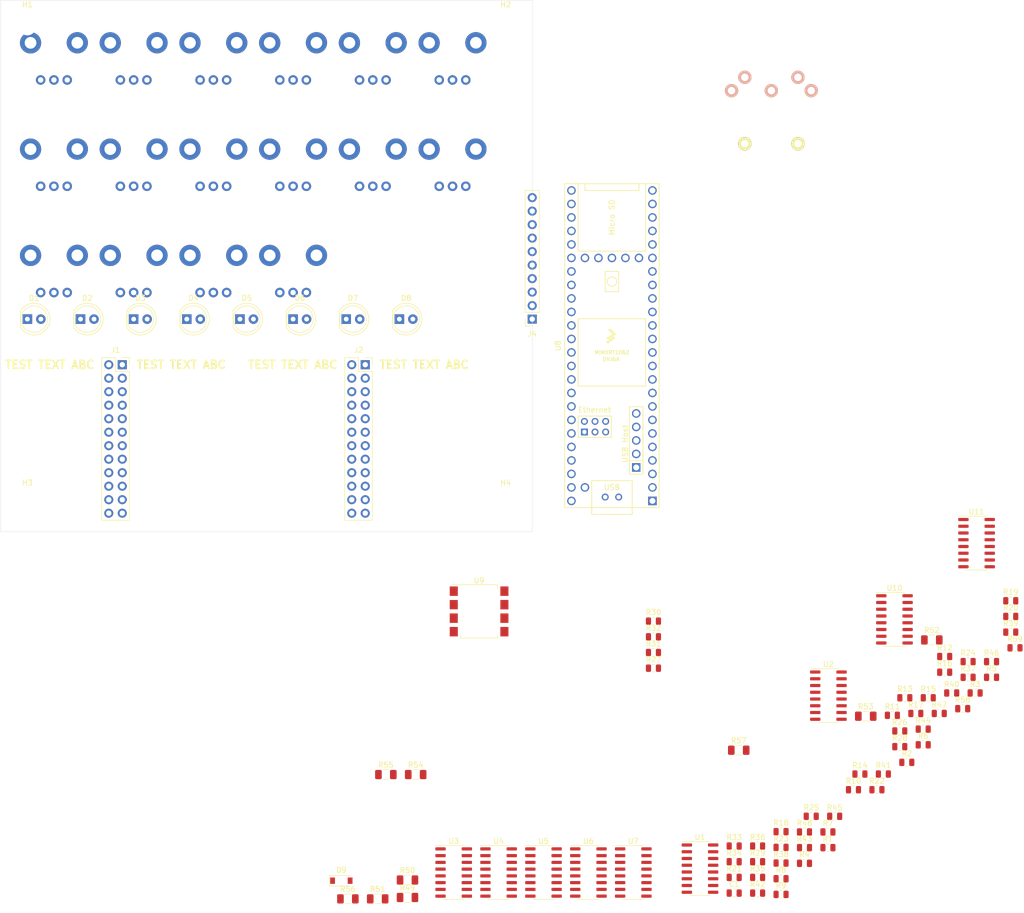
<source format=kicad_pcb>
(kicad_pcb (version 20171130) (host pcbnew "(5.1.6)-1")
  (layers (0 F.Cu signal) (31 B.Cu signal) (34 B.Paste user) (35 F.Paste user) (36 B.SilkS user) (37 F.SilkS user) (38 B.Mask user) (39 F.Mask user) (44 Edge.Cuts user))
  (net 0 "")
  (net 1 GND)
  (net 2 VCC)
  (net 3 "Net-(D1-Pad2)")
  (net 4 "Net-(D1-Pad1)")
  (net 5 "Net-(D2-Pad2)")
  (net 6 "Net-(D3-Pad2)")
  (net 7 "Net-(D4-Pad2)")
  (net 8 "Net-(D5-Pad2)")
  (net 9 "Net-(D6-Pad2)")
  (net 10 "Net-(D7-Pad2)")
  (net 11 "Net-(D8-Pad2)")
  (net 12 "Net-(D9-Pad2)")
  (net 13 "Net-(D9-Pad1)")
  (net 14 /OUTPUT23)
  (net 15 /OUTPUT22)
  (net 16 /OUTPUT21)
  (net 17 /OUTPUT20)
  (net 18 /OUTPUT19)
  (net 19 /OUTPUT18)
  (net 20 /OUTPUT17)
  (net 21 /OUTPUT16)
  (net 22 /OUTPUT15)
  (net 23 /OUTPUT14)
  (net 24 /OUTPUT13)
  (net 25 /OUTPUT12)
  (net 26 /OUTPUT11)
  (net 27 /OUTPUT10)
  (net 28 /OUTPUT9)
  (net 29 /OUTPUT8)
  (net 30 /OUTPUT7)
  (net 31 /OUTPUT6)
  (net 32 /OUTPUT5)
  (net 33 /OUTPUT4)
  (net 34 /OUTPUT3)
  (net 35 /OUTPUT2)
  (net 36 /OUTPUT1)
  (net 37 /OUTPUT0)
  (net 38 /INPUT23)
  (net 39 /INPUT22)
  (net 40 /INPUT21)
  (net 41 /INPUT20)
  (net 42 /INPUT19)
  (net 43 /INPUT18)
  (net 44 /INPUT17)
  (net 45 /INPUT16)
  (net 46 /INPUT15)
  (net 47 /INPUT14)
  (net 48 /INPUT13)
  (net 49 /INPUT12)
  (net 50 /INPUT11)
  (net 51 /INPUT10)
  (net 52 /INPUT9)
  (net 53 /INPUT8)
  (net 54 /INPUT7)
  (net 55 /INPUT6)
  (net 56 /INPUT5)
  (net 57 /INPUT4)
  (net 58 /INPUT3)
  (net 59 /INPUT2)
  (net 60 /INPUT1)
  (net 61 /INPUT0)
  (net 62 "Net-(J3-Pad3)")
  (net 63 "Net-(J3-Pad4)")
  (net 64 "Net-(J3-Pad2)")
  (net 65 "Net-(J3-Pad1)")
  (net 66 "Net-(J4-Pad10)")
  (net 67 "Net-(J4-Pad9)")
  (net 68 "Net-(J4-Pad8)")
  (net 69 "Net-(J4-Pad7)")
  (net 70 "Net-(J4-Pad6)")
  (net 71 "Net-(J4-Pad5)")
  (net 72 "Net-(J4-Pad4)")
  (net 73 "Net-(J4-Pad3)")
  (net 74 "Net-(J4-Pad2)")
  (net 75 "Net-(R1-Pad2)")
  (net 76 "Net-(R2-Pad2)")
  (net 77 "Net-(R3-Pad2)")
  (net 78 "Net-(R4-Pad2)")
  (net 79 "Net-(R5-Pad2)")
  (net 80 "Net-(R6-Pad2)")
  (net 81 "Net-(R7-Pad2)")
  (net 82 "Net-(R8-Pad2)")
  (net 83 "Net-(R9-Pad2)")
  (net 84 "Net-(R10-Pad2)")
  (net 85 "Net-(R11-Pad2)")
  (net 86 "Net-(R12-Pad2)")
  (net 87 "Net-(R13-Pad2)")
  (net 88 "Net-(R14-Pad2)")
  (net 89 "Net-(R15-Pad2)")
  (net 90 "Net-(R16-Pad2)")
  (net 91 "Net-(R17-Pad2)")
  (net 92 "Net-(R18-Pad2)")
  (net 93 "Net-(R19-Pad2)")
  (net 94 "Net-(R20-Pad2)")
  (net 95 "Net-(R21-Pad2)")
  (net 96 "Net-(R22-Pad2)")
  (net 97 "Net-(R23-Pad2)")
  (net 98 "Net-(R24-Pad2)")
  (net 99 "Net-(R49-Pad2)")
  (net 100 "Net-(R50-Pad2)")
  (net 101 "Net-(R51-Pad2)")
  (net 102 "Net-(R52-Pad2)")
  (net 103 "Net-(R53-Pad2)")
  (net 104 "Net-(R54-Pad2)")
  (net 105 "Net-(R55-Pad2)")
  (net 106 "Net-(R56-Pad2)")
  (net 107 "Net-(R58-Pad2)")
  (net 108 /MIDI_IN)
  (net 109 /POT0)
  (net 110 /POT6)
  (net 111 /POT12)
  (net 112 /POT1)
  (net 113 /POT7)
  (net 114 /POT13)
  (net 115 /POT2)
  (net 116 /POT8)
  (net 117 /POT14)
  (net 118 /POT3)
  (net 119 /POT9)
  (net 120 /POT15)
  (net 121 /POT4)
  (net 122 /POT10)
  (net 123 /POT5)
  (net 124 /POT11)
  (net 125 /OUT_DATA)
  (net 126 /OUT_LATCH)
  (net 127 /OUT_CLOCK)
  (net 128 "Net-(U1-Pad9)")
  (net 129 "Net-(U2-Pad9)")
  (net 130 "Net-(U3-Pad9)")
  (net 131 /IN_CLOCK_ENABLE)
  (net 132 /IN_DATA)
  (net 133 "Net-(U4-Pad9)")
  (net 134 "Net-(U4-Pad7)")
  (net 135 /IN_CLOCK)
  (net 136 /IN_LOAD)
  (net 137 "Net-(U5-Pad9)")
  (net 138 "Net-(U5-Pad7)")
  (net 139 "Net-(U6-Pad9)")
  (net 140 "Net-(U6-Pad7)")
  (net 141 /LED_DATA)
  (net 142 /LED_LATCH)
  (net 143 /LED_CLOCK)
  (net 144 "Net-(U7-Pad9)")
  (net 145 "Net-(U8-Pad66)")
  (net 146 "Net-(U8-Pad67)")
  (net 147 "Net-(U8-Pad54)")
  (net 148 "Net-(U8-Pad53)")
  (net 149 "Net-(U8-Pad52)")
  (net 150 "Net-(U8-Pad51)")
  (net 151 "Net-(U8-Pad50)")
  (net 152 "Net-(U8-Pad62)")
  (net 153 "Net-(U8-Pad63)")
  (net 154 "Net-(U8-Pad64)")
  (net 155 "Net-(U8-Pad61)")
  (net 156 "Net-(U8-Pad65)")
  (net 157 "Net-(U8-Pad60)")
  (net 158 /ANA_CHAN1)
  (net 159 /ANA_CHAN2)
  (net 160 /ANA_DATA0)
  (net 161 /ANA_DATA1)
  (net 162 /ANA_CHAN0)
  (net 163 "Net-(U8-Pad14)")
  (net 164 "Net-(U8-Pad21)")
  (net 165 "Net-(U8-Pad22)")
  (net 166 "Net-(U8-Pad23)")
  (net 167 "Net-(U8-Pad24)")
  (net 168 "Net-(U8-Pad13)")
  (net 169 "Net-(U8-Pad12)")
  (net 170 "Net-(U8-Pad10)")
  (net 171 "Net-(U8-Pad9)")
  (net 172 "Net-(U8-Pad35)")
  (net 173 "Net-(U8-Pad39)")
  (net 174 "Net-(U8-Pad40)")
  (net 175 "Net-(U8-Pad41)")
  (net 176 "Net-(U8-Pad42)")
  (net 177 "Net-(U8-Pad43)")
  (net 178 "Net-(U8-Pad44)")
  (net 179 "Net-(U8-Pad45)")
  (net 180 "Net-(U8-Pad46)")
  (net 181 "Net-(U8-Pad48)")
  (net 182 "Net-(U8-Pad55)")
  (net 183 "Net-(U8-Pad56)")
  (net 184 "Net-(U8-Pad57)")
  (net 185 "Net-(U8-Pad58)")
  (net 186 "Net-(U8-Pad59)")
  (net 187 "Net-(U8-Pad49)")
  (net 188 "Net-(U9-Pad4)")
  (net 189 "Net-(U9-Pad1)")
  (module Diode_SMD:D_SOD-123 (layer F.Cu) (at 64.08 165.67)
    (fp_text reference D9 (at 0 -2) (layer F.SilkS))
    (fp_text value 1N4148)
    (pad 2 smd rect (at 1.65 0) (size 0.9 1.2) (layers F.Cu F.Paste F.Mask) (net 12 "Net-(D9-Pad2)"))
    (pad 1 smd rect (at -1.65 0) (size 0.9 1.2) (layers F.Cu F.Paste F.Mask) (net 13 "Net-(D9-Pad1)"))
  )
  (module Package_SO:SOIC-16_3.9x9.9mm_P1.27mm (layer F.Cu) (at 183.61 102.15)
    (fp_text reference U11 (at 0 -5.9) (layer F.SilkS))
    (fp_text value 4051)
    (pad 16 smd roundrect (at 2.475 -4.445) (size 1.95 0.6) (layers F.Cu F.Paste F.Mask) (net 2 VCC))
    (pad 15 smd roundrect (at 2.475 -3.175) (size 1.95 0.6) (layers F.Cu F.Paste F.Mask) (net 122 /POT10))
    (pad 14 smd roundrect (at 2.475 -1.905) (size 1.95 0.6) (layers F.Cu F.Paste F.Mask) (net 119 /POT9))
    (pad 13 smd roundrect (at 2.475 -0.635) (size 1.95 0.6) (layers F.Cu F.Paste F.Mask) (net 116 /POT8))
    (pad 12 smd roundrect (at 2.475 0.635) (size 1.95 0.6) (layers F.Cu F.Paste F.Mask) (net 124 /POT11))
    (pad 11 smd roundrect (at 2.475 1.905) (size 1.95 0.6) (layers F.Cu F.Paste F.Mask) (net 162 /ANA_CHAN0))
    (pad 10 smd roundrect (at 2.475 3.175) (size 1.95 0.6) (layers F.Cu F.Paste F.Mask) (net 158 /ANA_CHAN1))
    (pad 9 smd roundrect (at 2.475 4.445) (size 1.95 0.6) (layers F.Cu F.Paste F.Mask) (net 159 /ANA_CHAN2))
    (pad 8 smd roundrect (at -2.475 4.445) (size 1.95 0.6) (layers F.Cu F.Paste F.Mask) (net 1 GND))
    (pad 7 smd roundrect (at -2.475 3.175) (size 1.95 0.6) (layers F.Cu F.Paste F.Mask) (net 1 GND))
    (pad 6 smd roundrect (at -2.475 1.905) (size 1.95 0.6) (layers F.Cu F.Paste F.Mask) (net 1 GND))
    (pad 5 smd roundrect (at -2.475 0.635) (size 1.95 0.6) (layers F.Cu F.Paste F.Mask) (net 114 /POT13))
    (pad 4 smd roundrect (at -2.475 -0.635) (size 1.95 0.6) (layers F.Cu F.Paste F.Mask) (net 120 /POT15))
    (pad 3 smd roundrect (at -2.475 -1.905) (size 1.95 0.6) (layers F.Cu F.Paste F.Mask) (net 161 /ANA_DATA1))
    (pad 2 smd roundrect (at -2.475 -3.175) (size 1.95 0.6) (layers F.Cu F.Paste F.Mask) (net 117 /POT14))
    (pad 1 smd roundrect (at -2.475 -4.445) (size 1.95 0.6) (layers F.Cu F.Paste F.Mask) (net 111 /POT12))
  )
  (module Package_SO:SOIC-16_3.9x9.9mm_P1.27mm (layer F.Cu) (at 168.16 116.5)
    (fp_text reference U10 (at 0 -5.9) (layer F.SilkS))
    (fp_text value 4051)
    (pad 16 smd roundrect (at 2.475 -4.445) (size 1.95 0.6) (layers F.Cu F.Paste F.Mask) (net 2 VCC))
    (pad 15 smd roundrect (at 2.475 -3.175) (size 1.95 0.6) (layers F.Cu F.Paste F.Mask) (net 115 /POT2))
    (pad 14 smd roundrect (at 2.475 -1.905) (size 1.95 0.6) (layers F.Cu F.Paste F.Mask) (net 112 /POT1))
    (pad 13 smd roundrect (at 2.475 -0.635) (size 1.95 0.6) (layers F.Cu F.Paste F.Mask) (net 109 /POT0))
    (pad 12 smd roundrect (at 2.475 0.635) (size 1.95 0.6) (layers F.Cu F.Paste F.Mask) (net 118 /POT3))
    (pad 11 smd roundrect (at 2.475 1.905) (size 1.95 0.6) (layers F.Cu F.Paste F.Mask) (net 162 /ANA_CHAN0))
    (pad 10 smd roundrect (at 2.475 3.175) (size 1.95 0.6) (layers F.Cu F.Paste F.Mask) (net 158 /ANA_CHAN1))
    (pad 9 smd roundrect (at 2.475 4.445) (size 1.95 0.6) (layers F.Cu F.Paste F.Mask) (net 159 /ANA_CHAN2))
    (pad 8 smd roundrect (at -2.475 4.445) (size 1.95 0.6) (layers F.Cu F.Paste F.Mask) (net 1 GND))
    (pad 7 smd roundrect (at -2.475 3.175) (size 1.95 0.6) (layers F.Cu F.Paste F.Mask) (net 1 GND))
    (pad 6 smd roundrect (at -2.475 1.905) (size 1.95 0.6) (layers F.Cu F.Paste F.Mask) (net 1 GND))
    (pad 5 smd roundrect (at -2.475 0.635) (size 1.95 0.6) (layers F.Cu F.Paste F.Mask) (net 123 /POT5))
    (pad 4 smd roundrect (at -2.475 -0.635) (size 1.95 0.6) (layers F.Cu F.Paste F.Mask) (net 113 /POT7))
    (pad 3 smd roundrect (at -2.475 -1.905) (size 1.95 0.6) (layers F.Cu F.Paste F.Mask) (net 160 /ANA_DATA0))
    (pad 2 smd roundrect (at -2.475 -3.175) (size 1.95 0.6) (layers F.Cu F.Paste F.Mask) (net 110 /POT6))
    (pad 1 smd roundrect (at -2.475 -4.445) (size 1.95 0.6) (layers F.Cu F.Paste F.Mask) (net 121 /POT4))
  )
  (module Package_SO:SSO-8_6.7x9.8mm_P2.54mm_Clearance8mm (layer F.Cu) (at 90 115)
    (fp_text reference U9 (at 0 -5.805) (layer F.SilkS))
    (fp_text value 6N138)
    (pad 8 smd rect (at 4.76 -3.81) (size 1.52 1.78) (layers F.Cu F.Paste F.Mask) (net 2 VCC))
    (pad 7 smd rect (at 4.76 -1.27) (size 1.52 1.78) (layers F.Cu F.Paste F.Mask) (net 107 "Net-(R58-Pad2)"))
    (pad 6 smd rect (at 4.76 1.27) (size 1.52 1.78) (layers F.Cu F.Paste F.Mask) (net 108 /MIDI_IN))
    (pad 5 smd rect (at 4.76 3.81) (size 1.52 1.78) (layers F.Cu F.Paste F.Mask) (net 1 GND))
    (pad 4 smd rect (at -4.76 3.81) (size 1.52 1.78) (layers F.Cu F.Paste F.Mask) (net 188 "Net-(U9-Pad4)"))
    (pad 3 smd rect (at -4.76 1.27) (size 1.52 1.78) (layers F.Cu F.Paste F.Mask) (net 12 "Net-(D9-Pad2)"))
    (pad 2 smd rect (at -4.76 -1.27) (size 1.52 1.75) (layers F.Cu F.Paste F.Mask) (net 13 "Net-(D9-Pad1)"))
    (pad 1 smd rect (at -4.76 -3.81) (size 1.52 1.78) (layers F.Cu F.Paste F.Mask) (net 189 "Net-(U9-Pad1)"))
  )
  (module teensy:Teensy41 (layer F.Cu) (at 115 65 90)
    (fp_text reference U8 (at 0 -10.16 90) (layer F.SilkS))
    (fp_text value Teensy4.1)
    (fp_text user "USB Host" (at -18.4658 2.4892 90) (layer F.SilkS))
    (fp_text user Ethernet (at -12.065 -3.2766) (layer F.SilkS))
    (fp_text user USB (at -26.67 0 180) (layer F.SilkS))
    (fp_text user "Micro SD" (at 24.13 0 90) (layer F.SilkS))
    (fp_text user MIMXRT1062 (at -1.27 0 180) (layer F.SilkS) (effects (font (size 0.7 0.7))))
    (fp_text user DVJ6A (at -2.54 -0.18 180) (layer F.SilkS) (effects (font (size 0.7 0.7))))
    (pad 66 thru_hole circle (at -28.48 -1.27 90) (size 1.3 1.3) (drill 0.8) (layers *.Cu *.Mask) (net 145 "Net-(U8-Pad66)"))
    (pad 67 thru_hole circle (at -28.48 1.27 90) (size 1.3 1.3) (drill 0.8) (layers *.Cu *.Mask) (net 146 "Net-(U8-Pad67)"))
    (pad 54 thru_hole circle (at 16.51 -5.08 90) (size 1.6 1.6) (drill 1.1) (layers *.Cu *.Mask) (net 147 "Net-(U8-Pad54)"))
    (pad 53 thru_hole circle (at 16.51 -2.54 90) (size 1.6 1.6) (drill 1.1) (layers *.Cu *.Mask) (net 148 "Net-(U8-Pad53)"))
    (pad 52 thru_hole circle (at 16.51 0 90) (size 1.6 1.6) (drill 1.1) (layers *.Cu *.Mask) (net 149 "Net-(U8-Pad52)"))
    (pad 51 thru_hole circle (at 16.51 2.54 90) (size 1.6 1.6) (drill 1.1) (layers *.Cu *.Mask) (net 150 "Net-(U8-Pad51)"))
    (pad 50 thru_hole circle (at 16.51 5.08 90) (size 1.6 1.6) (drill 1.1) (layers *.Cu *.Mask) (net 151 "Net-(U8-Pad50)"))
    (pad 62 thru_hole circle (at -16.24 -1.1816 90) (size 1.3 1.3) (drill 0.8) (layers *.Cu *.Mask) (net 152 "Net-(U8-Pad62)"))
    (pad 63 thru_hole circle (at -14.24 -1.1816 90) (size 1.3 1.3) (drill 0.8) (layers *.Cu *.Mask) (net 153 "Net-(U8-Pad63)"))
    (pad 64 thru_hole circle (at -14.24 -3.1816 90) (size 1.3 1.3) (drill 0.8) (layers *.Cu *.Mask) (net 154 "Net-(U8-Pad64)"))
    (pad 61 thru_hole circle (at -16.24 -3.1816 90) (size 1.3 1.3) (drill 0.8) (layers *.Cu *.Mask) (net 155 "Net-(U8-Pad61)"))
    (pad 65 thru_hole circle (at -14.24 -5.1816 90) (size 1.3 1.3) (drill 0.8) (layers *.Cu *.Mask) (net 156 "Net-(U8-Pad65)"))
    (pad 60 thru_hole rect (at -16.24 -5.1816 90) (size 1.3 1.3) (drill 0.8) (layers *.Cu *.Mask) (net 157 "Net-(U8-Pad60)"))
    (pad 17 thru_hole circle (at 11.43 7.62 90) (size 1.6 1.6) (drill 1.1) (layers *.Cu *.Mask) (net 158 /ANA_CHAN1))
    (pad 18 thru_hole circle (at 13.97 7.62 90) (size 1.6 1.6) (drill 1.1) (layers *.Cu *.Mask) (net 159 /ANA_CHAN2))
    (pad 19 thru_hole circle (at 16.51 7.62 90) (size 1.6 1.6) (drill 1.1) (layers *.Cu *.Mask) (net 160 /ANA_DATA0))
    (pad 20 thru_hole circle (at 19.05 7.62 90) (size 1.6 1.6) (drill 1.1) (layers *.Cu *.Mask) (net 161 /ANA_DATA1))
    (pad 16 thru_hole circle (at 8.89 7.62 90) (size 1.6 1.6) (drill 1.1) (layers *.Cu *.Mask) (net 162 /ANA_CHAN0))
    (pad 15 thru_hole circle (at 6.35 7.62 90) (size 1.6 1.6) (drill 1.1) (layers *.Cu *.Mask) (net 2 VCC))
    (pad 14 thru_hole circle (at 3.81 7.62 90) (size 1.6 1.6) (drill 1.1) (layers *.Cu *.Mask) (net 163 "Net-(U8-Pad14)"))
    (pad 21 thru_hole circle (at 21.59 7.62 90) (size 1.6 1.6) (drill 1.1) (layers *.Cu *.Mask) (net 164 "Net-(U8-Pad21)"))
    (pad 22 thru_hole circle (at 24.13 7.62 90) (size 1.6 1.6) (drill 1.1) (layers *.Cu *.Mask) (net 165 "Net-(U8-Pad22)"))
    (pad 23 thru_hole circle (at 26.67 7.62 90) (size 1.6 1.6) (drill 1.1) (layers *.Cu *.Mask) (net 166 "Net-(U8-Pad23)"))
    (pad 24 thru_hole circle (at 29.21 7.62 90) (size 1.6 1.6) (drill 1.1) (layers *.Cu *.Mask) (net 167 "Net-(U8-Pad24)"))
    (pad 25 thru_hole circle (at 29.21 -7.62 90) (size 1.6 1.6) (drill 1.1) (layers *.Cu *.Mask) (net 66 "Net-(J4-Pad10)"))
    (pad 26 thru_hole circle (at 26.67 -7.62 90) (size 1.6 1.6) (drill 1.1) (layers *.Cu *.Mask) (net 67 "Net-(J4-Pad9)"))
    (pad 27 thru_hole circle (at 24.13 -7.62 90) (size 1.6 1.6) (drill 1.1) (layers *.Cu *.Mask) (net 68 "Net-(J4-Pad8)"))
    (pad 28 thru_hole circle (at 21.59 -7.62 90) (size 1.6 1.6) (drill 1.1) (layers *.Cu *.Mask) (net 69 "Net-(J4-Pad7)"))
    (pad 29 thru_hole circle (at 19.05 -7.62 90) (size 1.6 1.6) (drill 1.1) (layers *.Cu *.Mask) (net 70 "Net-(J4-Pad6)"))
    (pad 30 thru_hole circle (at 16.51 -7.62 90) (size 1.6 1.6) (drill 1.1) (layers *.Cu *.Mask) (net 71 "Net-(J4-Pad5)"))
    (pad 31 thru_hole circle (at 13.97 -7.62 90) (size 1.6 1.6) (drill 1.1) (layers *.Cu *.Mask) (net 72 "Net-(J4-Pad4)"))
    (pad 32 thru_hole circle (at 11.43 -7.62 90) (size 1.6 1.6) (drill 1.1) (layers *.Cu *.Mask) (net 73 "Net-(J4-Pad3)"))
    (pad 33 thru_hole circle (at 8.89 -7.62 90) (size 1.6 1.6) (drill 1.1) (layers *.Cu *.Mask) (net 74 "Net-(J4-Pad2)"))
    (pad 34 thru_hole circle (at 6.35 -7.62 90) (size 1.6 1.6) (drill 1.1) (layers *.Cu *.Mask) (net 1 GND))
    (pad 13 thru_hole circle (at 1.27 7.62 90) (size 1.6 1.6) (drill 1.1) (layers *.Cu *.Mask) (net 168 "Net-(U8-Pad13)"))
    (pad 12 thru_hole circle (at -1.27 7.62 90) (size 1.6 1.6) (drill 1.1) (layers *.Cu *.Mask) (net 169 "Net-(U8-Pad12)"))
    (pad 11 thru_hole circle (at -3.81 7.62 90) (size 1.6 1.6) (drill 1.1) (layers *.Cu *.Mask) (net 136 /IN_LOAD))
    (pad 10 thru_hole circle (at -6.35 7.62 90) (size 1.6 1.6) (drill 1.1) (layers *.Cu *.Mask) (net 170 "Net-(U8-Pad10)"))
    (pad 9 thru_hole circle (at -8.89 7.62 90) (size 1.6 1.6) (drill 1.1) (layers *.Cu *.Mask) (net 171 "Net-(U8-Pad9)"))
    (pad 8 thru_hole circle (at -11.43 7.62 90) (size 1.6 1.6) (drill 1.1) (layers *.Cu *.Mask) (net 131 /IN_CLOCK_ENABLE))
    (pad 7 thru_hole circle (at -13.97 7.62 90) (size 1.6 1.6) (drill 1.1) (layers *.Cu *.Mask) (net 135 /IN_CLOCK))
    (pad 6 thru_hole circle (at -16.51 7.62 90) (size 1.6 1.6) (drill 1.1) (layers *.Cu *.Mask) (net 132 /IN_DATA))
    (pad 5 thru_hole circle (at -19.05 7.62 90) (size 1.6 1.6) (drill 1.1) (layers *.Cu *.Mask) (net 126 /OUT_LATCH))
    (pad 4 thru_hole circle (at -21.59 7.62 90) (size 1.6 1.6) (drill 1.1) (layers *.Cu *.Mask) (net 127 /OUT_CLOCK))
    (pad 3 thru_hole circle (at -24.13 7.62 90) (size 1.6 1.6) (drill 1.1) (layers *.Cu *.Mask) (net 125 /OUT_DATA))
    (pad 2 thru_hole circle (at -26.67 7.62 90) (size 1.6 1.6) (drill 1.1) (layers *.Cu *.Mask) (net 108 /MIDI_IN))
    (pad 1 thru_hole rect (at -29.21 7.62 90) (size 1.6 1.6) (drill 1.1) (layers *.Cu *.Mask) (net 1 GND))
    (pad 35 thru_hole circle (at 3.81 -7.62 90) (size 1.6 1.6) (drill 1.1) (layers *.Cu *.Mask) (net 172 "Net-(U8-Pad35)"))
    (pad 36 thru_hole circle (at 1.27 -7.62 90) (size 1.6 1.6) (drill 1.1) (layers *.Cu *.Mask) (net 142 /LED_LATCH))
    (pad 37 thru_hole circle (at -1.27 -7.62 90) (size 1.6 1.6) (drill 1.1) (layers *.Cu *.Mask) (net 143 /LED_CLOCK))
    (pad 38 thru_hole circle (at -3.81 -7.62 90) (size 1.6 1.6) (drill 1.1) (layers *.Cu *.Mask) (net 141 /LED_DATA))
    (pad 39 thru_hole circle (at -6.35 -7.62 90) (size 1.6 1.6) (drill 1.1) (layers *.Cu *.Mask) (net 173 "Net-(U8-Pad39)"))
    (pad 40 thru_hole circle (at -8.89 -7.62 90) (size 1.6 1.6) (drill 1.1) (layers *.Cu *.Mask) (net 174 "Net-(U8-Pad40)"))
    (pad 41 thru_hole circle (at -11.43 -7.62 90) (size 1.6 1.6) (drill 1.1) (layers *.Cu *.Mask) (net 175 "Net-(U8-Pad41)"))
    (pad 42 thru_hole circle (at -13.97 -7.62 90) (size 1.6 1.6) (drill 1.1) (layers *.Cu *.Mask) (net 176 "Net-(U8-Pad42)"))
    (pad 43 thru_hole circle (at -16.51 -7.62 90) (size 1.6 1.6) (drill 1.1) (layers *.Cu *.Mask) (net 177 "Net-(U8-Pad43)"))
    (pad 44 thru_hole circle (at -19.05 -7.62 90) (size 1.6 1.6) (drill 1.1) (layers *.Cu *.Mask) (net 178 "Net-(U8-Pad44)"))
    (pad 45 thru_hole circle (at -21.59 -7.62 90) (size 1.6 1.6) (drill 1.1) (layers *.Cu *.Mask) (net 179 "Net-(U8-Pad45)"))
    (pad 46 thru_hole circle (at -24.13 -7.62 90) (size 1.6 1.6) (drill 1.1) (layers *.Cu *.Mask) (net 180 "Net-(U8-Pad46)"))
    (pad 47 thru_hole circle (at -26.67 -7.62 90) (size 1.6 1.6) (drill 1.1) (layers *.Cu *.Mask) (net 1 GND))
    (pad 48 thru_hole circle (at -29.21 -7.62 90) (size 1.6 1.6) (drill 1.1) (layers *.Cu *.Mask) (net 181 "Net-(U8-Pad48)"))
    (pad 55 thru_hole rect (at -22.9108 4.5692 90) (size 1.6 1.6) (drill 1.1) (layers *.Cu *.Mask) (net 182 "Net-(U8-Pad55)"))
    (pad 56 thru_hole circle (at -20.3708 4.5692 90) (size 1.6 1.6) (drill 1.1) (layers *.Cu *.Mask) (net 183 "Net-(U8-Pad56)"))
    (pad 57 thru_hole circle (at -17.8308 4.5692 90) (size 1.6 1.6) (drill 1.1) (layers *.Cu *.Mask) (net 184 "Net-(U8-Pad57)"))
    (pad 58 thru_hole circle (at -15.2908 4.5692 90) (size 1.6 1.6) (drill 1.1) (layers *.Cu *.Mask) (net 185 "Net-(U8-Pad58)"))
    (pad 59 thru_hole circle (at -12.7508 4.5692 90) (size 1.6 1.6) (drill 1.1) (layers *.Cu *.Mask) (net 186 "Net-(U8-Pad59)"))
    (pad 49 thru_hole circle (at -26.67 -5.08 90) (size 1.6 1.6) (drill 1.1) (layers *.Cu *.Mask) (net 187 "Net-(U8-Pad49)"))
  )
  (module Package_SO:SOIC-16_3.9x9.9mm_P1.27mm (layer F.Cu) (at 119.02 164.13)
    (fp_text reference U7 (at 0 -5.9) (layer F.SilkS))
    (fp_text value 74HC595)
    (pad 16 smd roundrect (at 2.475 -4.445) (size 1.95 0.6) (layers F.Cu F.Paste F.Mask) (net 2 VCC))
    (pad 15 smd roundrect (at 2.475 -3.175) (size 1.95 0.6) (layers F.Cu F.Paste F.Mask) (net 99 "Net-(R49-Pad2)"))
    (pad 14 smd roundrect (at 2.475 -1.905) (size 1.95 0.6) (layers F.Cu F.Paste F.Mask) (net 141 /LED_DATA))
    (pad 13 smd roundrect (at 2.475 -0.635) (size 1.95 0.6) (layers F.Cu F.Paste F.Mask) (net 1 GND))
    (pad 12 smd roundrect (at 2.475 0.635) (size 1.95 0.6) (layers F.Cu F.Paste F.Mask) (net 142 /LED_LATCH))
    (pad 11 smd roundrect (at 2.475 1.905) (size 1.95 0.6) (layers F.Cu F.Paste F.Mask) (net 143 /LED_CLOCK))
    (pad 10 smd roundrect (at 2.475 3.175) (size 1.95 0.6) (layers F.Cu F.Paste F.Mask) (net 2 VCC))
    (pad 9 smd roundrect (at 2.475 4.445) (size 1.95 0.6) (layers F.Cu F.Paste F.Mask) (net 144 "Net-(U7-Pad9)"))
    (pad 8 smd roundrect (at -2.475 4.445) (size 1.95 0.6) (layers F.Cu F.Paste F.Mask) (net 1 GND))
    (pad 7 smd roundrect (at -2.475 3.175) (size 1.95 0.6) (layers F.Cu F.Paste F.Mask) (net 106 "Net-(R56-Pad2)"))
    (pad 6 smd roundrect (at -2.475 1.905) (size 1.95 0.6) (layers F.Cu F.Paste F.Mask) (net 105 "Net-(R55-Pad2)"))
    (pad 5 smd roundrect (at -2.475 0.635) (size 1.95 0.6) (layers F.Cu F.Paste F.Mask) (net 104 "Net-(R54-Pad2)"))
    (pad 4 smd roundrect (at -2.475 -0.635) (size 1.95 0.6) (layers F.Cu F.Paste F.Mask) (net 103 "Net-(R53-Pad2)"))
    (pad 3 smd roundrect (at -2.475 -1.905) (size 1.95 0.6) (layers F.Cu F.Paste F.Mask) (net 102 "Net-(R52-Pad2)"))
    (pad 2 smd roundrect (at -2.475 -3.175) (size 1.95 0.6) (layers F.Cu F.Paste F.Mask) (net 101 "Net-(R51-Pad2)"))
    (pad 1 smd roundrect (at -2.475 -4.445) (size 1.95 0.6) (layers F.Cu F.Paste F.Mask) (net 100 "Net-(R50-Pad2)"))
  )
  (module Package_SO:SOIC-16_3.9x9.9mm_P1.27mm (layer F.Cu) (at 110.57 164.13)
    (fp_text reference U6 (at 0 -5.9) (layer F.SilkS))
    (fp_text value 74HC165)
    (pad 16 smd roundrect (at 2.475 -4.445) (size 1.95 0.6) (layers F.Cu F.Paste F.Mask) (net 2 VCC))
    (pad 15 smd roundrect (at 2.475 -3.175) (size 1.95 0.6) (layers F.Cu F.Paste F.Mask) (net 131 /IN_CLOCK_ENABLE))
    (pad 14 smd roundrect (at 2.475 -1.905) (size 1.95 0.6) (layers F.Cu F.Paste F.Mask) (net 42 /INPUT19))
    (pad 13 smd roundrect (at 2.475 -0.635) (size 1.95 0.6) (layers F.Cu F.Paste F.Mask) (net 43 /INPUT18))
    (pad 12 smd roundrect (at 2.475 0.635) (size 1.95 0.6) (layers F.Cu F.Paste F.Mask) (net 44 /INPUT17))
    (pad 11 smd roundrect (at 2.475 1.905) (size 1.95 0.6) (layers F.Cu F.Paste F.Mask) (net 45 /INPUT16))
    (pad 10 smd roundrect (at 2.475 3.175) (size 1.95 0.6) (layers F.Cu F.Paste F.Mask) (net 137 "Net-(U5-Pad9)"))
    (pad 9 smd roundrect (at 2.475 4.445) (size 1.95 0.6) (layers F.Cu F.Paste F.Mask) (net 139 "Net-(U6-Pad9)"))
    (pad 8 smd roundrect (at -2.475 4.445) (size 1.95 0.6) (layers F.Cu F.Paste F.Mask) (net 1 GND))
    (pad 7 smd roundrect (at -2.475 3.175) (size 1.95 0.6) (layers F.Cu F.Paste F.Mask) (net 140 "Net-(U6-Pad7)"))
    (pad 6 smd roundrect (at -2.475 1.905) (size 1.95 0.6) (layers F.Cu F.Paste F.Mask) (net 38 /INPUT23))
    (pad 5 smd roundrect (at -2.475 0.635) (size 1.95 0.6) (layers F.Cu F.Paste F.Mask) (net 39 /INPUT22))
    (pad 4 smd roundrect (at -2.475 -0.635) (size 1.95 0.6) (layers F.Cu F.Paste F.Mask) (net 40 /INPUT21))
    (pad 3 smd roundrect (at -2.475 -1.905) (size 1.95 0.6) (layers F.Cu F.Paste F.Mask) (net 41 /INPUT20))
    (pad 2 smd roundrect (at -2.475 -3.175) (size 1.95 0.6) (layers F.Cu F.Paste F.Mask) (net 135 /IN_CLOCK))
    (pad 1 smd roundrect (at -2.475 -4.445) (size 1.95 0.6) (layers F.Cu F.Paste F.Mask) (net 136 /IN_LOAD))
  )
  (module Package_SO:SOIC-16_3.9x9.9mm_P1.27mm (layer F.Cu) (at 102.12 164.13)
    (fp_text reference U5 (at 0 -5.9) (layer F.SilkS))
    (fp_text value 74HC165)
    (pad 16 smd roundrect (at 2.475 -4.445) (size 1.95 0.6) (layers F.Cu F.Paste F.Mask) (net 2 VCC))
    (pad 15 smd roundrect (at 2.475 -3.175) (size 1.95 0.6) (layers F.Cu F.Paste F.Mask) (net 131 /IN_CLOCK_ENABLE))
    (pad 14 smd roundrect (at 2.475 -1.905) (size 1.95 0.6) (layers F.Cu F.Paste F.Mask) (net 50 /INPUT11))
    (pad 13 smd roundrect (at 2.475 -0.635) (size 1.95 0.6) (layers F.Cu F.Paste F.Mask) (net 51 /INPUT10))
    (pad 12 smd roundrect (at 2.475 0.635) (size 1.95 0.6) (layers F.Cu F.Paste F.Mask) (net 52 /INPUT9))
    (pad 11 smd roundrect (at 2.475 1.905) (size 1.95 0.6) (layers F.Cu F.Paste F.Mask) (net 53 /INPUT8))
    (pad 10 smd roundrect (at 2.475 3.175) (size 1.95 0.6) (layers F.Cu F.Paste F.Mask) (net 133 "Net-(U4-Pad9)"))
    (pad 9 smd roundrect (at 2.475 4.445) (size 1.95 0.6) (layers F.Cu F.Paste F.Mask) (net 137 "Net-(U5-Pad9)"))
    (pad 8 smd roundrect (at -2.475 4.445) (size 1.95 0.6) (layers F.Cu F.Paste F.Mask) (net 1 GND))
    (pad 7 smd roundrect (at -2.475 3.175) (size 1.95 0.6) (layers F.Cu F.Paste F.Mask) (net 138 "Net-(U5-Pad7)"))
    (pad 6 smd roundrect (at -2.475 1.905) (size 1.95 0.6) (layers F.Cu F.Paste F.Mask) (net 46 /INPUT15))
    (pad 5 smd roundrect (at -2.475 0.635) (size 1.95 0.6) (layers F.Cu F.Paste F.Mask) (net 47 /INPUT14))
    (pad 4 smd roundrect (at -2.475 -0.635) (size 1.95 0.6) (layers F.Cu F.Paste F.Mask) (net 48 /INPUT13))
    (pad 3 smd roundrect (at -2.475 -1.905) (size 1.95 0.6) (layers F.Cu F.Paste F.Mask) (net 49 /INPUT12))
    (pad 2 smd roundrect (at -2.475 -3.175) (size 1.95 0.6) (layers F.Cu F.Paste F.Mask) (net 135 /IN_CLOCK))
    (pad 1 smd roundrect (at -2.475 -4.445) (size 1.95 0.6) (layers F.Cu F.Paste F.Mask) (net 136 /IN_LOAD))
  )
  (module Package_SO:SOIC-16_3.9x9.9mm_P1.27mm (layer F.Cu) (at 93.67 164.13)
    (fp_text reference U4 (at 0 -5.9) (layer F.SilkS))
    (fp_text value 74HC165)
    (pad 16 smd roundrect (at 2.475 -4.445) (size 1.95 0.6) (layers F.Cu F.Paste F.Mask) (net 2 VCC))
    (pad 15 smd roundrect (at 2.475 -3.175) (size 1.95 0.6) (layers F.Cu F.Paste F.Mask) (net 131 /IN_CLOCK_ENABLE))
    (pad 14 smd roundrect (at 2.475 -1.905) (size 1.95 0.6) (layers F.Cu F.Paste F.Mask) (net 58 /INPUT3))
    (pad 13 smd roundrect (at 2.475 -0.635) (size 1.95 0.6) (layers F.Cu F.Paste F.Mask) (net 59 /INPUT2))
    (pad 12 smd roundrect (at 2.475 0.635) (size 1.95 0.6) (layers F.Cu F.Paste F.Mask) (net 60 /INPUT1))
    (pad 11 smd roundrect (at 2.475 1.905) (size 1.95 0.6) (layers F.Cu F.Paste F.Mask) (net 61 /INPUT0))
    (pad 10 smd roundrect (at 2.475 3.175) (size 1.95 0.6) (layers F.Cu F.Paste F.Mask) (net 132 /IN_DATA))
    (pad 9 smd roundrect (at 2.475 4.445) (size 1.95 0.6) (layers F.Cu F.Paste F.Mask) (net 133 "Net-(U4-Pad9)"))
    (pad 8 smd roundrect (at -2.475 4.445) (size 1.95 0.6) (layers F.Cu F.Paste F.Mask) (net 1 GND))
    (pad 7 smd roundrect (at -2.475 3.175) (size 1.95 0.6) (layers F.Cu F.Paste F.Mask) (net 134 "Net-(U4-Pad7)"))
    (pad 6 smd roundrect (at -2.475 1.905) (size 1.95 0.6) (layers F.Cu F.Paste F.Mask) (net 54 /INPUT7))
    (pad 5 smd roundrect (at -2.475 0.635) (size 1.95 0.6) (layers F.Cu F.Paste F.Mask) (net 55 /INPUT6))
    (pad 4 smd roundrect (at -2.475 -0.635) (size 1.95 0.6) (layers F.Cu F.Paste F.Mask) (net 56 /INPUT5))
    (pad 3 smd roundrect (at -2.475 -1.905) (size 1.95 0.6) (layers F.Cu F.Paste F.Mask) (net 57 /INPUT4))
    (pad 2 smd roundrect (at -2.475 -3.175) (size 1.95 0.6) (layers F.Cu F.Paste F.Mask) (net 135 /IN_CLOCK))
    (pad 1 smd roundrect (at -2.475 -4.445) (size 1.95 0.6) (layers F.Cu F.Paste F.Mask) (net 136 /IN_LOAD))
  )
  (module Package_SO:SOIC-16_3.9x9.9mm_P1.27mm (layer F.Cu) (at 85.22 164.13)
    (fp_text reference U3 (at 0 -5.9) (layer F.SilkS))
    (fp_text value 74HC595)
    (pad 16 smd roundrect (at 2.475 -4.445) (size 1.95 0.6) (layers F.Cu F.Paste F.Mask) (net 2 VCC))
    (pad 15 smd roundrect (at 2.475 -3.175) (size 1.95 0.6) (layers F.Cu F.Paste F.Mask) (net 91 "Net-(R17-Pad2)"))
    (pad 14 smd roundrect (at 2.475 -1.905) (size 1.95 0.6) (layers F.Cu F.Paste F.Mask) (net 129 "Net-(U2-Pad9)"))
    (pad 13 smd roundrect (at 2.475 -0.635) (size 1.95 0.6) (layers F.Cu F.Paste F.Mask) (net 1 GND))
    (pad 12 smd roundrect (at 2.475 0.635) (size 1.95 0.6) (layers F.Cu F.Paste F.Mask) (net 126 /OUT_LATCH))
    (pad 11 smd roundrect (at 2.475 1.905) (size 1.95 0.6) (layers F.Cu F.Paste F.Mask) (net 127 /OUT_CLOCK))
    (pad 10 smd roundrect (at 2.475 3.175) (size 1.95 0.6) (layers F.Cu F.Paste F.Mask) (net 2 VCC))
    (pad 9 smd roundrect (at 2.475 4.445) (size 1.95 0.6) (layers F.Cu F.Paste F.Mask) (net 130 "Net-(U3-Pad9)"))
    (pad 8 smd roundrect (at -2.475 4.445) (size 1.95 0.6) (layers F.Cu F.Paste F.Mask) (net 1 GND))
    (pad 7 smd roundrect (at -2.475 3.175) (size 1.95 0.6) (layers F.Cu F.Paste F.Mask) (net 98 "Net-(R24-Pad2)"))
    (pad 6 smd roundrect (at -2.475 1.905) (size 1.95 0.6) (layers F.Cu F.Paste F.Mask) (net 97 "Net-(R23-Pad2)"))
    (pad 5 smd roundrect (at -2.475 0.635) (size 1.95 0.6) (layers F.Cu F.Paste F.Mask) (net 96 "Net-(R22-Pad2)"))
    (pad 4 smd roundrect (at -2.475 -0.635) (size 1.95 0.6) (layers F.Cu F.Paste F.Mask) (net 95 "Net-(R21-Pad2)"))
    (pad 3 smd roundrect (at -2.475 -1.905) (size 1.95 0.6) (layers F.Cu F.Paste F.Mask) (net 94 "Net-(R20-Pad2)"))
    (pad 2 smd roundrect (at -2.475 -3.175) (size 1.95 0.6) (layers F.Cu F.Paste F.Mask) (net 93 "Net-(R19-Pad2)"))
    (pad 1 smd roundrect (at -2.475 -4.445) (size 1.95 0.6) (layers F.Cu F.Paste F.Mask) (net 92 "Net-(R18-Pad2)"))
  )
  (module Package_SO:SOIC-16_3.9x9.9mm_P1.27mm (layer F.Cu) (at 155.73 130.85)
    (fp_text reference U2 (at 0 -5.9) (layer F.SilkS))
    (fp_text value 74HC595)
    (pad 16 smd roundrect (at 2.475 -4.445) (size 1.95 0.6) (layers F.Cu F.Paste F.Mask) (net 2 VCC))
    (pad 15 smd roundrect (at 2.475 -3.175) (size 1.95 0.6) (layers F.Cu F.Paste F.Mask) (net 83 "Net-(R9-Pad2)"))
    (pad 14 smd roundrect (at 2.475 -1.905) (size 1.95 0.6) (layers F.Cu F.Paste F.Mask) (net 128 "Net-(U1-Pad9)"))
    (pad 13 smd roundrect (at 2.475 -0.635) (size 1.95 0.6) (layers F.Cu F.Paste F.Mask) (net 1 GND))
    (pad 12 smd roundrect (at 2.475 0.635) (size 1.95 0.6) (layers F.Cu F.Paste F.Mask) (net 126 /OUT_LATCH))
    (pad 11 smd roundrect (at 2.475 1.905) (size 1.95 0.6) (layers F.Cu F.Paste F.Mask) (net 127 /OUT_CLOCK))
    (pad 10 smd roundrect (at 2.475 3.175) (size 1.95 0.6) (layers F.Cu F.Paste F.Mask) (net 2 VCC))
    (pad 9 smd roundrect (at 2.475 4.445) (size 1.95 0.6) (layers F.Cu F.Paste F.Mask) (net 129 "Net-(U2-Pad9)"))
    (pad 8 smd roundrect (at -2.475 4.445) (size 1.95 0.6) (layers F.Cu F.Paste F.Mask) (net 1 GND))
    (pad 7 smd roundrect (at -2.475 3.175) (size 1.95 0.6) (layers F.Cu F.Paste F.Mask) (net 90 "Net-(R16-Pad2)"))
    (pad 6 smd roundrect (at -2.475 1.905) (size 1.95 0.6) (layers F.Cu F.Paste F.Mask) (net 89 "Net-(R15-Pad2)"))
    (pad 5 smd roundrect (at -2.475 0.635) (size 1.95 0.6) (layers F.Cu F.Paste F.Mask) (net 88 "Net-(R14-Pad2)"))
    (pad 4 smd roundrect (at -2.475 -0.635) (size 1.95 0.6) (layers F.Cu F.Paste F.Mask) (net 87 "Net-(R13-Pad2)"))
    (pad 3 smd roundrect (at -2.475 -1.905) (size 1.95 0.6) (layers F.Cu F.Paste F.Mask) (net 86 "Net-(R12-Pad2)"))
    (pad 2 smd roundrect (at -2.475 -3.175) (size 1.95 0.6) (layers F.Cu F.Paste F.Mask) (net 85 "Net-(R11-Pad2)"))
    (pad 1 smd roundrect (at -2.475 -4.445) (size 1.95 0.6) (layers F.Cu F.Paste F.Mask) (net 84 "Net-(R10-Pad2)"))
  )
  (module Package_SO:SOIC-16_3.9x9.9mm_P1.27mm (layer F.Cu) (at 131.57 163.4)
    (fp_text reference U1 (at 0 -5.9) (layer F.SilkS))
    (fp_text value 74HC595)
    (pad 16 smd roundrect (at 2.475 -4.445) (size 1.95 0.6) (layers F.Cu F.Paste F.Mask) (net 2 VCC))
    (pad 15 smd roundrect (at 2.475 -3.175) (size 1.95 0.6) (layers F.Cu F.Paste F.Mask) (net 75 "Net-(R1-Pad2)"))
    (pad 14 smd roundrect (at 2.475 -1.905) (size 1.95 0.6) (layers F.Cu F.Paste F.Mask) (net 125 /OUT_DATA))
    (pad 13 smd roundrect (at 2.475 -0.635) (size 1.95 0.6) (layers F.Cu F.Paste F.Mask) (net 1 GND))
    (pad 12 smd roundrect (at 2.475 0.635) (size 1.95 0.6) (layers F.Cu F.Paste F.Mask) (net 126 /OUT_LATCH))
    (pad 11 smd roundrect (at 2.475 1.905) (size 1.95 0.6) (layers F.Cu F.Paste F.Mask) (net 127 /OUT_CLOCK))
    (pad 10 smd roundrect (at 2.475 3.175) (size 1.95 0.6) (layers F.Cu F.Paste F.Mask) (net 2 VCC))
    (pad 9 smd roundrect (at 2.475 4.445) (size 1.95 0.6) (layers F.Cu F.Paste F.Mask) (net 128 "Net-(U1-Pad9)"))
    (pad 8 smd roundrect (at -2.475 4.445) (size 1.95 0.6) (layers F.Cu F.Paste F.Mask) (net 1 GND))
    (pad 7 smd roundrect (at -2.475 3.175) (size 1.95 0.6) (layers F.Cu F.Paste F.Mask) (net 82 "Net-(R8-Pad2)"))
    (pad 6 smd roundrect (at -2.475 1.905) (size 1.95 0.6) (layers F.Cu F.Paste F.Mask) (net 81 "Net-(R7-Pad2)"))
    (pad 5 smd roundrect (at -2.475 0.635) (size 1.95 0.6) (layers F.Cu F.Paste F.Mask) (net 80 "Net-(R6-Pad2)"))
    (pad 4 smd roundrect (at -2.475 -0.635) (size 1.95 0.6) (layers F.Cu F.Paste F.Mask) (net 79 "Net-(R5-Pad2)"))
    (pad 3 smd roundrect (at -2.475 -1.905) (size 1.95 0.6) (layers F.Cu F.Paste F.Mask) (net 78 "Net-(R4-Pad2)"))
    (pad 2 smd roundrect (at -2.475 -3.175) (size 1.95 0.6) (layers F.Cu F.Paste F.Mask) (net 77 "Net-(R3-Pad2)"))
    (pad 1 smd roundrect (at -2.475 -4.445) (size 1.95 0.6) (layers F.Cu F.Paste F.Mask) (net 76 "Net-(R2-Pad2)"))
  )
  (module p3mini:Potentiometer_Alps_RK09K_Single_Vertical (layer F.Cu) (at 57.5 55 90)
    (fp_text reference RV16)
    (fp_text value R_POT)
    (pad 3 thru_hole circle (at 0 -5 90) (size 1.8 1.8) (drill 1) (layers *.Cu *.Mask) (net 1 GND))
    (pad 2 thru_hole circle (at 0 -2.5 90) (size 1.8 1.8) (drill 1) (layers *.Cu *.Mask) (net 124 /POT11))
    (pad 1 thru_hole circle (at 0 0 90) (size 1.8 1.8) (drill 1) (layers *.Cu *.Mask) (net 2 VCC))
    (pad "" np_thru_hole circle (at 6.985 -6.9 90) (size 4 4) (drill 2.2) (layers *.Cu *.Mask))
    (pad "" np_thru_hole circle (at 7 1.9 90) (size 4 4) (drill 2.2) (layers *.Cu *.Mask))
  )
  (module p3mini:Potentiometer_Alps_RK09K_Single_Vertical (layer F.Cu) (at 42.5 55 90)
    (fp_text reference RV15)
    (fp_text value R_POT)
    (pad 3 thru_hole circle (at 0 -5 90) (size 1.8 1.8) (drill 1) (layers *.Cu *.Mask) (net 1 GND))
    (pad 2 thru_hole circle (at 0 -2.5 90) (size 1.8 1.8) (drill 1) (layers *.Cu *.Mask) (net 123 /POT5))
    (pad 1 thru_hole circle (at 0 0 90) (size 1.8 1.8) (drill 1) (layers *.Cu *.Mask) (net 2 VCC))
    (pad "" np_thru_hole circle (at 6.985 -6.9 90) (size 4 4) (drill 2.2) (layers *.Cu *.Mask))
    (pad "" np_thru_hole circle (at 7 1.9 90) (size 4 4) (drill 2.2) (layers *.Cu *.Mask))
  )
  (module p3mini:Potentiometer_Alps_RK09K_Single_Vertical (layer F.Cu) (at 27.5 55 90)
    (fp_text reference RV14)
    (fp_text value R_POT)
    (pad 3 thru_hole circle (at 0 -5 90) (size 1.8 1.8) (drill 1) (layers *.Cu *.Mask) (net 1 GND))
    (pad 2 thru_hole circle (at 0 -2.5 90) (size 1.8 1.8) (drill 1) (layers *.Cu *.Mask) (net 122 /POT10))
    (pad 1 thru_hole circle (at 0 0 90) (size 1.8 1.8) (drill 1) (layers *.Cu *.Mask) (net 2 VCC))
    (pad "" np_thru_hole circle (at 6.985 -6.9 90) (size 4 4) (drill 2.2) (layers *.Cu *.Mask))
    (pad "" np_thru_hole circle (at 7 1.9 90) (size 4 4) (drill 2.2) (layers *.Cu *.Mask))
  )
  (module p3mini:Potentiometer_Alps_RK09K_Single_Vertical (layer F.Cu) (at 12.5 55 90)
    (fp_text reference RV13)
    (fp_text value R_POT)
    (pad 3 thru_hole circle (at 0 -5 90) (size 1.8 1.8) (drill 1) (layers *.Cu *.Mask) (net 1 GND))
    (pad 2 thru_hole circle (at 0 -2.5 90) (size 1.8 1.8) (drill 1) (layers *.Cu *.Mask) (net 121 /POT4))
    (pad 1 thru_hole circle (at 0 0 90) (size 1.8 1.8) (drill 1) (layers *.Cu *.Mask) (net 2 VCC))
    (pad "" np_thru_hole circle (at 6.985 -6.9 90) (size 4 4) (drill 2.2) (layers *.Cu *.Mask))
    (pad "" np_thru_hole circle (at 7 1.9 90) (size 4 4) (drill 2.2) (layers *.Cu *.Mask))
  )
  (module p3mini:Potentiometer_Alps_RK09K_Single_Vertical (layer F.Cu) (at 87.5 35 90)
    (fp_text reference RV12)
    (fp_text value R_POT)
    (pad 3 thru_hole circle (at 0 -5 90) (size 1.8 1.8) (drill 1) (layers *.Cu *.Mask) (net 1 GND))
    (pad 2 thru_hole circle (at 0 -2.5 90) (size 1.8 1.8) (drill 1) (layers *.Cu *.Mask) (net 120 /POT15))
    (pad 1 thru_hole circle (at 0 0 90) (size 1.8 1.8) (drill 1) (layers *.Cu *.Mask) (net 2 VCC))
    (pad "" np_thru_hole circle (at 6.985 -6.9 90) (size 4 4) (drill 2.2) (layers *.Cu *.Mask))
    (pad "" np_thru_hole circle (at 7 1.9 90) (size 4 4) (drill 2.2) (layers *.Cu *.Mask))
  )
  (module p3mini:Potentiometer_Alps_RK09K_Single_Vertical (layer F.Cu) (at 72.5 35 90)
    (fp_text reference RV11)
    (fp_text value R_POT)
    (pad 3 thru_hole circle (at 0 -5 90) (size 1.8 1.8) (drill 1) (layers *.Cu *.Mask) (net 1 GND))
    (pad 2 thru_hole circle (at 0 -2.5 90) (size 1.8 1.8) (drill 1) (layers *.Cu *.Mask) (net 119 /POT9))
    (pad 1 thru_hole circle (at 0 0 90) (size 1.8 1.8) (drill 1) (layers *.Cu *.Mask) (net 2 VCC))
    (pad "" np_thru_hole circle (at 6.985 -6.9 90) (size 4 4) (drill 2.2) (layers *.Cu *.Mask))
    (pad "" np_thru_hole circle (at 7 1.9 90) (size 4 4) (drill 2.2) (layers *.Cu *.Mask))
  )
  (module p3mini:Potentiometer_Alps_RK09K_Single_Vertical (layer F.Cu) (at 57.5 35 90)
    (fp_text reference RV10)
    (fp_text value R_POT)
    (pad 3 thru_hole circle (at 0 -5 90) (size 1.8 1.8) (drill 1) (layers *.Cu *.Mask) (net 1 GND))
    (pad 2 thru_hole circle (at 0 -2.5 90) (size 1.8 1.8) (drill 1) (layers *.Cu *.Mask) (net 118 /POT3))
    (pad 1 thru_hole circle (at 0 0 90) (size 1.8 1.8) (drill 1) (layers *.Cu *.Mask) (net 2 VCC))
    (pad "" np_thru_hole circle (at 6.985 -6.9 90) (size 4 4) (drill 2.2) (layers *.Cu *.Mask))
    (pad "" np_thru_hole circle (at 7 1.9 90) (size 4 4) (drill 2.2) (layers *.Cu *.Mask))
  )
  (module p3mini:Potentiometer_Alps_RK09K_Single_Vertical (layer F.Cu) (at 42.5 35 90)
    (fp_text reference RV9)
    (fp_text value R_POT)
    (pad 3 thru_hole circle (at 0 -5 90) (size 1.8 1.8) (drill 1) (layers *.Cu *.Mask) (net 1 GND))
    (pad 2 thru_hole circle (at 0 -2.5 90) (size 1.8 1.8) (drill 1) (layers *.Cu *.Mask) (net 117 /POT14))
    (pad 1 thru_hole circle (at 0 0 90) (size 1.8 1.8) (drill 1) (layers *.Cu *.Mask) (net 2 VCC))
    (pad "" np_thru_hole circle (at 6.985 -6.9 90) (size 4 4) (drill 2.2) (layers *.Cu *.Mask))
    (pad "" np_thru_hole circle (at 7 1.9 90) (size 4 4) (drill 2.2) (layers *.Cu *.Mask))
  )
  (module p3mini:Potentiometer_Alps_RK09K_Single_Vertical (layer F.Cu) (at 27.5 35 90)
    (fp_text reference RV8)
    (fp_text value R_POT)
    (pad 3 thru_hole circle (at 0 -5 90) (size 1.8 1.8) (drill 1) (layers *.Cu *.Mask) (net 1 GND))
    (pad 2 thru_hole circle (at 0 -2.5 90) (size 1.8 1.8) (drill 1) (layers *.Cu *.Mask) (net 116 /POT8))
    (pad 1 thru_hole circle (at 0 0 90) (size 1.8 1.8) (drill 1) (layers *.Cu *.Mask) (net 2 VCC))
    (pad "" np_thru_hole circle (at 6.985 -6.9 90) (size 4 4) (drill 2.2) (layers *.Cu *.Mask))
    (pad "" np_thru_hole circle (at 7 1.9 90) (size 4 4) (drill 2.2) (layers *.Cu *.Mask))
  )
  (module p3mini:Potentiometer_Alps_RK09K_Single_Vertical (layer F.Cu) (at 12.5 35 90)
    (fp_text reference RV7)
    (fp_text value R_POT)
    (pad 3 thru_hole circle (at 0 -5 90) (size 1.8 1.8) (drill 1) (layers *.Cu *.Mask) (net 1 GND))
    (pad 2 thru_hole circle (at 0 -2.5 90) (size 1.8 1.8) (drill 1) (layers *.Cu *.Mask) (net 115 /POT2))
    (pad 1 thru_hole circle (at 0 0 90) (size 1.8 1.8) (drill 1) (layers *.Cu *.Mask) (net 2 VCC))
    (pad "" np_thru_hole circle (at 6.985 -6.9 90) (size 4 4) (drill 2.2) (layers *.Cu *.Mask))
    (pad "" np_thru_hole circle (at 7 1.9 90) (size 4 4) (drill 2.2) (layers *.Cu *.Mask))
  )
  (module p3mini:Potentiometer_Alps_RK09K_Single_Vertical (layer F.Cu) (at 87.5 15 90)
    (fp_text reference RV6)
    (fp_text value R_POT)
    (pad 3 thru_hole circle (at 0 -5 90) (size 1.8 1.8) (drill 1) (layers *.Cu *.Mask) (net 1 GND))
    (pad 2 thru_hole circle (at 0 -2.5 90) (size 1.8 1.8) (drill 1) (layers *.Cu *.Mask) (net 114 /POT13))
    (pad 1 thru_hole circle (at 0 0 90) (size 1.8 1.8) (drill 1) (layers *.Cu *.Mask) (net 2 VCC))
    (pad "" np_thru_hole circle (at 6.985 -6.9 90) (size 4 4) (drill 2.2) (layers *.Cu *.Mask))
    (pad "" np_thru_hole circle (at 7 1.9 90) (size 4 4) (drill 2.2) (layers *.Cu *.Mask))
  )
  (module p3mini:Potentiometer_Alps_RK09K_Single_Vertical (layer F.Cu) (at 72.5 15 90)
    (fp_text reference RV5)
    (fp_text value R_POT)
    (pad 3 thru_hole circle (at 0 -5 90) (size 1.8 1.8) (drill 1) (layers *.Cu *.Mask) (net 1 GND))
    (pad 2 thru_hole circle (at 0 -2.5 90) (size 1.8 1.8) (drill 1) (layers *.Cu *.Mask) (net 113 /POT7))
    (pad 1 thru_hole circle (at 0 0 90) (size 1.8 1.8) (drill 1) (layers *.Cu *.Mask) (net 2 VCC))
    (pad "" np_thru_hole circle (at 6.985 -6.9 90) (size 4 4) (drill 2.2) (layers *.Cu *.Mask))
    (pad "" np_thru_hole circle (at 7 1.9 90) (size 4 4) (drill 2.2) (layers *.Cu *.Mask))
  )
  (module p3mini:Potentiometer_Alps_RK09K_Single_Vertical (layer F.Cu) (at 57.5 15 90)
    (fp_text reference RV4)
    (fp_text value R_POT)
    (pad 3 thru_hole circle (at 0 -5 90) (size 1.8 1.8) (drill 1) (layers *.Cu *.Mask) (net 1 GND))
    (pad 2 thru_hole circle (at 0 -2.5 90) (size 1.8 1.8) (drill 1) (layers *.Cu *.Mask) (net 112 /POT1))
    (pad 1 thru_hole circle (at 0 0 90) (size 1.8 1.8) (drill 1) (layers *.Cu *.Mask) (net 2 VCC))
    (pad "" np_thru_hole circle (at 6.985 -6.9 90) (size 4 4) (drill 2.2) (layers *.Cu *.Mask))
    (pad "" np_thru_hole circle (at 7 1.9 90) (size 4 4) (drill 2.2) (layers *.Cu *.Mask))
  )
  (module p3mini:Potentiometer_Alps_RK09K_Single_Vertical (layer F.Cu) (at 42.5 15 90)
    (fp_text reference RV3)
    (fp_text value R_POT)
    (pad 3 thru_hole circle (at 0 -5 90) (size 1.8 1.8) (drill 1) (layers *.Cu *.Mask) (net 1 GND))
    (pad 2 thru_hole circle (at 0 -2.5 90) (size 1.8 1.8) (drill 1) (layers *.Cu *.Mask) (net 111 /POT12))
    (pad 1 thru_hole circle (at 0 0 90) (size 1.8 1.8) (drill 1) (layers *.Cu *.Mask) (net 2 VCC))
    (pad "" np_thru_hole circle (at 6.985 -6.9 90) (size 4 4) (drill 2.2) (layers *.Cu *.Mask))
    (pad "" np_thru_hole circle (at 7 1.9 90) (size 4 4) (drill 2.2) (layers *.Cu *.Mask))
  )
  (module p3mini:Potentiometer_Alps_RK09K_Single_Vertical (layer F.Cu) (at 27.5 15 90)
    (fp_text reference RV2)
    (fp_text value R_POT)
    (pad 3 thru_hole circle (at 0 -5 90) (size 1.8 1.8) (drill 1) (layers *.Cu *.Mask) (net 1 GND))
    (pad 2 thru_hole circle (at 0 -2.5 90) (size 1.8 1.8) (drill 1) (layers *.Cu *.Mask) (net 110 /POT6))
    (pad 1 thru_hole circle (at 0 0 90) (size 1.8 1.8) (drill 1) (layers *.Cu *.Mask) (net 2 VCC))
    (pad "" np_thru_hole circle (at 6.985 -6.9 90) (size 4 4) (drill 2.2) (layers *.Cu *.Mask))
    (pad "" np_thru_hole circle (at 7 1.9 90) (size 4 4) (drill 2.2) (layers *.Cu *.Mask))
  )
  (module p3mini:Potentiometer_Alps_RK09K_Single_Vertical (layer F.Cu) (at 12.5 15 90)
    (fp_text reference RV1)
    (fp_text value R_POT)
    (pad 3 thru_hole circle (at 0 -5 90) (size 1.8 1.8) (drill 1) (layers *.Cu *.Mask) (net 1 GND))
    (pad 2 thru_hole circle (at 0 -2.5 90) (size 1.8 1.8) (drill 1) (layers *.Cu *.Mask) (net 109 /POT0))
    (pad 1 thru_hole circle (at 0 0 90) (size 1.8 1.8) (drill 1) (layers *.Cu *.Mask) (net 2 VCC))
    (pad "" np_thru_hole circle (at 6.985 -6.9 90) (size 4 4) (drill 2.2) (layers *.Cu *.Mask))
    (pad "" np_thru_hole circle (at 7 1.9 90) (size 4 4) (drill 2.2) (layers *.Cu *.Mask))
  )
  (module Resistor_SMD:R_0805_2012Metric (layer F.Cu) (at 190.84 121.85)
    (fp_text reference R59 (at 0 -1.65) (layer F.SilkS))
    (fp_text value 470)
    (pad 2 smd roundrect (at 0.9375 0) (size 0.975 1.4) (layers F.Cu F.Paste F.Mask) (net 108 /MIDI_IN))
    (pad 1 smd roundrect (at -0.9375 0) (size 0.975 1.4) (layers F.Cu F.Paste F.Mask) (net 2 VCC))
  )
  (module Resistor_SMD:R_0805_2012Metric (layer F.Cu) (at 181 133.3)
    (fp_text reference R58 (at 0 -1.65) (layer F.SilkS))
    (fp_text value 10k)
    (pad 2 smd roundrect (at 0.9375 0) (size 0.975 1.4) (layers F.Cu F.Paste F.Mask) (net 107 "Net-(R58-Pad2)"))
    (pad 1 smd roundrect (at -0.9375 0) (size 0.975 1.4) (layers F.Cu F.Paste F.Mask) (net 1 GND))
  )
  (module Resistor_SMD:R_1206_3216Metric (layer F.Cu) (at 138.86 141.12)
    (fp_text reference R57 (at 0 -1.82) (layer F.SilkS))
    (fp_text value 220)
    (pad 2 smd roundrect (at 1.4 0) (size 1.25 1.75) (layers F.Cu F.Paste F.Mask) (roundrect_rratio 0.2) (net 63 "Net-(J3-Pad4)"))
    (pad 1 smd roundrect (at -1.4 0) (size 1.25 1.75) (layers F.Cu F.Paste F.Mask) (roundrect_rratio 0.2) (net 13 "Net-(D9-Pad1)"))
  )
  (module Resistor_SMD:R_1206_3216Metric (layer F.Cu) (at 65.31 169.09)
    (fp_text reference R56 (at 0 -1.82) (layer F.SilkS))
    (fp_text value 220)
    (pad 2 smd roundrect (at 1.4 0) (size 1.25 1.75) (layers F.Cu F.Paste F.Mask) (roundrect_rratio 0.2) (net 106 "Net-(R56-Pad2)"))
    (pad 1 smd roundrect (at -1.4 0) (size 1.25 1.75) (layers F.Cu F.Paste F.Mask) (roundrect_rratio 0.2) (net 11 "Net-(D8-Pad2)"))
  )
  (module Resistor_SMD:R_1206_3216Metric (layer F.Cu) (at 72.46 145.7)
    (fp_text reference R55 (at 0 -1.82) (layer F.SilkS))
    (fp_text value 220)
    (pad 2 smd roundrect (at 1.4 0) (size 1.25 1.75) (layers F.Cu F.Paste F.Mask) (roundrect_rratio 0.2) (net 105 "Net-(R55-Pad2)"))
    (pad 1 smd roundrect (at -1.4 0) (size 1.25 1.75) (layers F.Cu F.Paste F.Mask) (roundrect_rratio 0.2) (net 10 "Net-(D7-Pad2)"))
  )
  (module Resistor_SMD:R_1206_3216Metric (layer F.Cu) (at 78.07 145.7)
    (fp_text reference R54 (at 0 -1.82) (layer F.SilkS))
    (fp_text value 220)
    (pad 2 smd roundrect (at 1.4 0) (size 1.25 1.75) (layers F.Cu F.Paste F.Mask) (roundrect_rratio 0.2) (net 104 "Net-(R54-Pad2)"))
    (pad 1 smd roundrect (at -1.4 0) (size 1.25 1.75) (layers F.Cu F.Paste F.Mask) (roundrect_rratio 0.2) (net 9 "Net-(D6-Pad2)"))
  )
  (module Resistor_SMD:R_1206_3216Metric (layer F.Cu) (at 162.76 134.72)
    (fp_text reference R53 (at 0 -1.82) (layer F.SilkS))
    (fp_text value 220)
    (pad 2 smd roundrect (at 1.4 0) (size 1.25 1.75) (layers F.Cu F.Paste F.Mask) (roundrect_rratio 0.2) (net 103 "Net-(R53-Pad2)"))
    (pad 1 smd roundrect (at -1.4 0) (size 1.25 1.75) (layers F.Cu F.Paste F.Mask) (roundrect_rratio 0.2) (net 8 "Net-(D5-Pad2)"))
  )
  (module Resistor_SMD:R_1206_3216Metric (layer F.Cu) (at 175.19 120.37)
    (fp_text reference R52 (at 0 -1.82) (layer F.SilkS))
    (fp_text value 220)
    (pad 2 smd roundrect (at 1.4 0) (size 1.25 1.75) (layers F.Cu F.Paste F.Mask) (roundrect_rratio 0.2) (net 102 "Net-(R52-Pad2)"))
    (pad 1 smd roundrect (at -1.4 0) (size 1.25 1.75) (layers F.Cu F.Paste F.Mask) (roundrect_rratio 0.2) (net 7 "Net-(D4-Pad2)"))
  )
  (module Resistor_SMD:R_1206_3216Metric (layer F.Cu) (at 70.92 169.09)
    (fp_text reference R51 (at 0 -1.82) (layer F.SilkS))
    (fp_text value 220)
    (pad 2 smd roundrect (at 1.4 0) (size 1.25 1.75) (layers F.Cu F.Paste F.Mask) (roundrect_rratio 0.2) (net 101 "Net-(R51-Pad2)"))
    (pad 1 smd roundrect (at -1.4 0) (size 1.25 1.75) (layers F.Cu F.Paste F.Mask) (roundrect_rratio 0.2) (net 6 "Net-(D3-Pad2)"))
  )
  (module Resistor_SMD:R_1206_3216Metric (layer F.Cu) (at 76.53 165.54)
    (fp_text reference R50 (at 0 -1.82) (layer F.SilkS))
    (fp_text value 220)
    (pad 2 smd roundrect (at 1.4 0) (size 1.25 1.75) (layers F.Cu F.Paste F.Mask) (roundrect_rratio 0.2) (net 100 "Net-(R50-Pad2)"))
    (pad 1 smd roundrect (at -1.4 0) (size 1.25 1.75) (layers F.Cu F.Paste F.Mask) (roundrect_rratio 0.2) (net 5 "Net-(D2-Pad2)"))
  )
  (module Resistor_SMD:R_1206_3216Metric (layer F.Cu) (at 76.53 168.83)
    (fp_text reference R49 (at 0 -1.82) (layer F.SilkS))
    (fp_text value 220)
    (pad 2 smd roundrect (at 1.4 0) (size 1.25 1.75) (layers F.Cu F.Paste F.Mask) (roundrect_rratio 0.2) (net 99 "Net-(R49-Pad2)"))
    (pad 1 smd roundrect (at -1.4 0) (size 1.25 1.75) (layers F.Cu F.Paste F.Mask) (roundrect_rratio 0.2) (net 3 "Net-(D1-Pad2)"))
  )
  (module Resistor_SMD:R_0805_2012Metric (layer F.Cu) (at 151.23 156.5)
    (fp_text reference R48 (at 0 -1.65) (layer F.SilkS))
    (fp_text value 47k)
    (pad 2 smd roundrect (at 0.9375 0) (size 0.975 1.4) (layers F.Cu F.Paste F.Mask) (net 1 GND))
    (pad 1 smd roundrect (at -0.9375 0) (size 0.975 1.4) (layers F.Cu F.Paste F.Mask) (net 38 /INPUT23))
  )
  (module Resistor_SMD:R_0805_2012Metric (layer F.Cu) (at 176.59 134.2)
    (fp_text reference R47 (at 0 -1.65) (layer F.SilkS))
    (fp_text value 47k)
    (pad 2 smd roundrect (at 0.9375 0) (size 0.975 1.4) (layers F.Cu F.Paste F.Mask) (net 1 GND))
    (pad 1 smd roundrect (at -0.9375 0) (size 0.975 1.4) (layers F.Cu F.Paste F.Mask) (net 39 /INPUT22))
  )
  (module Resistor_SMD:R_0805_2012Metric (layer F.Cu) (at 186.43 124.45)
    (fp_text reference R46 (at 0 -1.65) (layer F.SilkS))
    (fp_text value 47k)
    (pad 2 smd roundrect (at 0.9375 0) (size 0.975 1.4) (layers F.Cu F.Paste F.Mask) (net 1 GND))
    (pad 1 smd roundrect (at -0.9375 0) (size 0.975 1.4) (layers F.Cu F.Paste F.Mask) (net 40 /INPUT21))
  )
  (module Resistor_SMD:R_0805_2012Metric (layer F.Cu) (at 156.91 153.55)
    (fp_text reference R45 (at 0 -1.65) (layer F.SilkS))
    (fp_text value 47k)
    (pad 2 smd roundrect (at 0.9375 0) (size 0.975 1.4) (layers F.Cu F.Paste F.Mask) (net 1 GND))
    (pad 1 smd roundrect (at -0.9375 0) (size 0.975 1.4) (layers F.Cu F.Paste F.Mask) (net 41 /INPUT20))
  )
  (module Resistor_SMD:R_0805_2012Metric (layer F.Cu) (at 173.57 137.15)
    (fp_text reference R44 (at 0 -1.65) (layer F.SilkS))
    (fp_text value 47k)
    (pad 2 smd roundrect (at 0.9375 0) (size 0.975 1.4) (layers F.Cu F.Paste F.Mask) (net 1 GND))
    (pad 1 smd roundrect (at -0.9375 0) (size 0.975 1.4) (layers F.Cu F.Paste F.Mask) (net 42 /INPUT19))
  )
  (module Resistor_SMD:R_0805_2012Metric (layer F.Cu) (at 151.23 159.45)
    (fp_text reference R43 (at 0 -1.65) (layer F.SilkS))
    (fp_text value 47k)
    (pad 2 smd roundrect (at 0.9375 0) (size 0.975 1.4) (layers F.Cu F.Paste F.Mask) (net 1 GND))
    (pad 1 smd roundrect (at -0.9375 0) (size 0.975 1.4) (layers F.Cu F.Paste F.Mask) (net 43 /INPUT18))
  )
  (module Resistor_SMD:R_0805_2012Metric (layer F.Cu) (at 142.41 168)
    (fp_text reference R42 (at 0 -1.65) (layer F.SilkS))
    (fp_text value 47k)
    (pad 2 smd roundrect (at 0.9375 0) (size 0.975 1.4) (layers F.Cu F.Paste F.Mask) (net 1 GND))
    (pad 1 smd roundrect (at -0.9375 0) (size 0.975 1.4) (layers F.Cu F.Paste F.Mask) (net 44 /INPUT17))
  )
  (module Resistor_SMD:R_0805_2012Metric (layer F.Cu) (at 166.07 145.6)
    (fp_text reference R41 (at 0 -1.65) (layer F.SilkS))
    (fp_text value 47k)
    (pad 2 smd roundrect (at 0.9375 0) (size 0.975 1.4) (layers F.Cu F.Paste F.Mask) (net 1 GND))
    (pad 1 smd roundrect (at -0.9375 0) (size 0.975 1.4) (layers F.Cu F.Paste F.Mask) (net 45 /INPUT16))
  )
  (module Resistor_SMD:R_0805_2012Metric (layer F.Cu) (at 178.93 130.35)
    (fp_text reference R40 (at 0 -1.65) (layer F.SilkS))
    (fp_text value 47k)
    (pad 2 smd roundrect (at 0.9375 0) (size 0.975 1.4) (layers F.Cu F.Paste F.Mask) (net 1 GND))
    (pad 1 smd roundrect (at -0.9375 0) (size 0.975 1.4) (layers F.Cu F.Paste F.Mask) (net 46 /INPUT15))
  )
  (module Resistor_SMD:R_0805_2012Metric (layer F.Cu) (at 190.04 118.9)
    (fp_text reference R39 (at 0 -1.65) (layer F.SilkS))
    (fp_text value 47k)
    (pad 2 smd roundrect (at 0.9375 0) (size 0.975 1.4) (layers F.Cu F.Paste F.Mask) (net 1 GND))
    (pad 1 smd roundrect (at -0.9375 0) (size 0.975 1.4) (layers F.Cu F.Paste F.Mask) (net 47 /INPUT14))
  )
  (module Resistor_SMD:R_0805_2012Metric (layer F.Cu) (at 146.82 162.35)
    (fp_text reference R38 (at 0 -1.65) (layer F.SilkS))
    (fp_text value 47k)
    (pad 2 smd roundrect (at 0.9375 0) (size 0.975 1.4) (layers F.Cu F.Paste F.Mask) (net 1 GND))
    (pad 1 smd roundrect (at -0.9375 0) (size 0.975 1.4) (layers F.Cu F.Paste F.Mask) (net 48 /INPUT13))
  )
  (module Resistor_SMD:R_0805_2012Metric (layer F.Cu) (at 182.02 127.4)
    (fp_text reference R37 (at 0 -1.65) (layer F.SilkS))
    (fp_text value 47k)
    (pad 2 smd roundrect (at 0.9375 0) (size 0.975 1.4) (layers F.Cu F.Paste F.Mask) (net 1 GND))
    (pad 1 smd roundrect (at -0.9375 0) (size 0.975 1.4) (layers F.Cu F.Paste F.Mask) (net 49 /INPUT12))
  )
  (module Resistor_SMD:R_0805_2012Metric (layer F.Cu) (at 142.41 159.15)
    (fp_text reference R36 (at 0 -1.65) (layer F.SilkS))
    (fp_text value 47k)
    (pad 2 smd roundrect (at 0.9375 0) (size 0.975 1.4) (layers F.Cu F.Paste F.Mask) (net 1 GND))
    (pad 1 smd roundrect (at -0.9375 0) (size 0.975 1.4) (layers F.Cu F.Paste F.Mask) (net 50 /INPUT11))
  )
  (module Resistor_SMD:R_0805_2012Metric (layer F.Cu) (at 142.41 165.05)
    (fp_text reference R35 (at 0 -1.65) (layer F.SilkS))
    (fp_text value 47k)
    (pad 2 smd roundrect (at 0.9375 0) (size 0.975 1.4) (layers F.Cu F.Paste F.Mask) (net 1 GND))
    (pad 1 smd roundrect (at -0.9375 0) (size 0.975 1.4) (layers F.Cu F.Paste F.Mask) (net 51 /INPUT10))
  )
  (module Resistor_SMD:R_0805_2012Metric (layer F.Cu) (at 138 162.1)
    (fp_text reference R34 (at 0 -1.65) (layer F.SilkS))
    (fp_text value 47k)
    (pad 2 smd roundrect (at 0.9375 0) (size 0.975 1.4) (layers F.Cu F.Paste F.Mask) (net 1 GND))
    (pad 1 smd roundrect (at -0.9375 0) (size 0.975 1.4) (layers F.Cu F.Paste F.Mask) (net 52 /INPUT9))
  )
  (module Resistor_SMD:R_0805_2012Metric (layer F.Cu) (at 138 159.15)
    (fp_text reference R33 (at 0 -1.65) (layer F.SilkS))
    (fp_text value 47k)
    (pad 2 smd roundrect (at 0.9375 0) (size 0.975 1.4) (layers F.Cu F.Paste F.Mask) (net 1 GND))
    (pad 1 smd roundrect (at -0.9375 0) (size 0.975 1.4) (layers F.Cu F.Paste F.Mask) (net 53 /INPUT8))
  )
  (module Resistor_SMD:R_0805_2012Metric (layer F.Cu) (at 122.81 119.78)
    (fp_text reference R32 (at 0 -1.65) (layer F.SilkS))
    (fp_text value 47k)
    (pad 2 smd roundrect (at 0.9375 0) (size 0.975 1.4) (layers F.Cu F.Paste F.Mask) (net 1 GND))
    (pad 1 smd roundrect (at -0.9375 0) (size 0.975 1.4) (layers F.Cu F.Paste F.Mask) (net 54 /INPUT7))
  )
  (module Resistor_SMD:R_0805_2012Metric (layer F.Cu) (at 122.81 122.73)
    (fp_text reference R31 (at 0 -1.65) (layer F.SilkS))
    (fp_text value 47k)
    (pad 2 smd roundrect (at 0.9375 0) (size 0.975 1.4) (layers F.Cu F.Paste F.Mask) (net 1 GND))
    (pad 1 smd roundrect (at -0.9375 0) (size 0.975 1.4) (layers F.Cu F.Paste F.Mask) (net 55 /INPUT6))
  )
  (module Resistor_SMD:R_0805_2012Metric (layer F.Cu) (at 122.81 116.83)
    (fp_text reference R30 (at 0 -1.65) (layer F.SilkS))
    (fp_text value 47k)
    (pad 2 smd roundrect (at 0.9375 0) (size 0.975 1.4) (layers F.Cu F.Paste F.Mask) (net 1 GND))
    (pad 1 smd roundrect (at -0.9375 0) (size 0.975 1.4) (layers F.Cu F.Paste F.Mask) (net 56 /INPUT5))
  )
  (module Resistor_SMD:R_0805_2012Metric (layer F.Cu) (at 142.41 162.1)
    (fp_text reference R29 (at 0 -1.65) (layer F.SilkS))
    (fp_text value 47k)
    (pad 2 smd roundrect (at 0.9375 0) (size 0.975 1.4) (layers F.Cu F.Paste F.Mask) (net 1 GND))
    (pad 1 smd roundrect (at -0.9375 0) (size 0.975 1.4) (layers F.Cu F.Paste F.Mask) (net 57 /INPUT4))
  )
  (module Resistor_SMD:R_0805_2012Metric (layer F.Cu) (at 169.16 140.45)
    (fp_text reference R28 (at 0 -1.65) (layer F.SilkS))
    (fp_text value 47k)
    (pad 2 smd roundrect (at 0.9375 0) (size 0.975 1.4) (layers F.Cu F.Paste F.Mask) (net 1 GND))
    (pad 1 smd roundrect (at -0.9375 0) (size 0.975 1.4) (layers F.Cu F.Paste F.Mask) (net 58 /INPUT3))
  )
  (module Resistor_SMD:R_0805_2012Metric (layer F.Cu) (at 122.81 125.68)
    (fp_text reference R27 (at 0 -1.65) (layer F.SilkS))
    (fp_text value 47k)
    (pad 2 smd roundrect (at 0.9375 0) (size 0.975 1.4) (layers F.Cu F.Paste F.Mask) (net 1 GND))
    (pad 1 smd roundrect (at -0.9375 0) (size 0.975 1.4) (layers F.Cu F.Paste F.Mask) (net 59 /INPUT2))
  )
  (module Resistor_SMD:R_0805_2012Metric (layer F.Cu) (at 169.16 137.5)
    (fp_text reference R26 (at 0 -1.65) (layer F.SilkS))
    (fp_text value 47k)
    (pad 2 smd roundrect (at 0.9375 0) (size 0.975 1.4) (layers F.Cu F.Paste F.Mask) (net 1 GND))
    (pad 1 smd roundrect (at -0.9375 0) (size 0.975 1.4) (layers F.Cu F.Paste F.Mask) (net 60 /INPUT1))
  )
  (module Resistor_SMD:R_0805_2012Metric (layer F.Cu) (at 152.5 153.55)
    (fp_text reference R25 (at 0 -1.65) (layer F.SilkS))
    (fp_text value 47k)
    (pad 2 smd roundrect (at 0.9375 0) (size 0.975 1.4) (layers F.Cu F.Paste F.Mask) (net 1 GND))
    (pad 1 smd roundrect (at -0.9375 0) (size 0.975 1.4) (layers F.Cu F.Paste F.Mask) (net 61 /INPUT0))
  )
  (module Resistor_SMD:R_0805_2012Metric (layer F.Cu) (at 182.02 124.45)
    (fp_text reference R24 (at 0 -1.65) (layer F.SilkS))
    (fp_text value 10k)
    (pad 2 smd roundrect (at 0.9375 0) (size 0.975 1.4) (layers F.Cu F.Paste F.Mask) (net 98 "Net-(R24-Pad2)"))
    (pad 1 smd roundrect (at -0.9375 0) (size 0.975 1.4) (layers F.Cu F.Paste F.Mask) (net 14 /OUTPUT23))
  )
  (module Resistor_SMD:R_0805_2012Metric (layer F.Cu) (at 146.82 159.4)
    (fp_text reference R23 (at 0 -1.65) (layer F.SilkS))
    (fp_text value 10k)
    (pad 2 smd roundrect (at 0.9375 0) (size 0.975 1.4) (layers F.Cu F.Paste F.Mask) (net 97 "Net-(R23-Pad2)"))
    (pad 1 smd roundrect (at -0.9375 0) (size 0.975 1.4) (layers F.Cu F.Paste F.Mask) (net 15 /OUTPUT22))
  )
  (module Resistor_SMD:R_0805_2012Metric (layer F.Cu) (at 164.86 148.55)
    (fp_text reference R22 (at 0 -1.65) (layer F.SilkS))
    (fp_text value 10k)
    (pad 2 smd roundrect (at 0.9375 0) (size 0.975 1.4) (layers F.Cu F.Paste F.Mask) (net 96 "Net-(R22-Pad2)"))
    (pad 1 smd roundrect (at -0.9375 0) (size 0.975 1.4) (layers F.Cu F.Paste F.Mask) (net 16 /OUTPUT21))
  )
  (module Resistor_SMD:R_0805_2012Metric (layer F.Cu) (at 138 165.05)
    (fp_text reference R21 (at 0 -1.65) (layer F.SilkS))
    (fp_text value 10k)
    (pad 2 smd roundrect (at 0.9375 0) (size 0.975 1.4) (layers F.Cu F.Paste F.Mask) (net 95 "Net-(R21-Pad2)"))
    (pad 1 smd roundrect (at -0.9375 0) (size 0.975 1.4) (layers F.Cu F.Paste F.Mask) (net 17 /OUTPUT20))
  )
  (module Resistor_SMD:R_0805_2012Metric (layer F.Cu) (at 190.04 115.95)
    (fp_text reference R20 (at 0 -1.65) (layer F.SilkS))
    (fp_text value 10k)
    (pad 2 smd roundrect (at 0.9375 0) (size 0.975 1.4) (layers F.Cu F.Paste F.Mask) (net 94 "Net-(R20-Pad2)"))
    (pad 1 smd roundrect (at -0.9375 0) (size 0.975 1.4) (layers F.Cu F.Paste F.Mask) (net 18 /OUTPUT19))
  )
  (module Resistor_SMD:R_0805_2012Metric (layer F.Cu) (at 190.04 113)
    (fp_text reference R19 (at 0 -1.65) (layer F.SilkS))
    (fp_text value 10k)
    (pad 2 smd roundrect (at 0.9375 0) (size 0.975 1.4) (layers F.Cu F.Paste F.Mask) (net 93 "Net-(R19-Pad2)"))
    (pad 1 smd roundrect (at -0.9375 0) (size 0.975 1.4) (layers F.Cu F.Paste F.Mask) (net 19 /OUTPUT18))
  )
  (module Resistor_SMD:R_0805_2012Metric (layer F.Cu) (at 146.82 156.45)
    (fp_text reference R18 (at 0 -1.65) (layer F.SilkS))
    (fp_text value 10k)
    (pad 2 smd roundrect (at 0.9375 0) (size 0.975 1.4) (layers F.Cu F.Paste F.Mask) (net 92 "Net-(R18-Pad2)"))
    (pad 1 smd roundrect (at -0.9375 0) (size 0.975 1.4) (layers F.Cu F.Paste F.Mask) (net 20 /OUTPUT17))
  )
  (module Resistor_SMD:R_0805_2012Metric (layer F.Cu) (at 172.18 134.2)
    (fp_text reference R17 (at 0 -1.65) (layer F.SilkS))
    (fp_text value 10k)
    (pad 2 smd roundrect (at 0.9375 0) (size 0.975 1.4) (layers F.Cu F.Paste F.Mask) (net 91 "Net-(R17-Pad2)"))
    (pad 1 smd roundrect (at -0.9375 0) (size 0.975 1.4) (layers F.Cu F.Paste F.Mask) (net 21 /OUTPUT16))
  )
  (module Resistor_SMD:R_0805_2012Metric (layer F.Cu) (at 177.61 126.44)
    (fp_text reference R16 (at 0 -1.65) (layer F.SilkS))
    (fp_text value 10k)
    (pad 2 smd roundrect (at 0.9375 0) (size 0.975 1.4) (layers F.Cu F.Paste F.Mask) (net 90 "Net-(R16-Pad2)"))
    (pad 1 smd roundrect (at -0.9375 0) (size 0.975 1.4) (layers F.Cu F.Paste F.Mask) (net 22 /OUTPUT15))
  )
  (module Resistor_SMD:R_0805_2012Metric (layer F.Cu) (at 174.52 131.25)
    (fp_text reference R15 (at 0 -1.65) (layer F.SilkS))
    (fp_text value 10k)
    (pad 2 smd roundrect (at 0.9375 0) (size 0.975 1.4) (layers F.Cu F.Paste F.Mask) (net 89 "Net-(R15-Pad2)"))
    (pad 1 smd roundrect (at -0.9375 0) (size 0.975 1.4) (layers F.Cu F.Paste F.Mask) (net 23 /OUTPUT14))
  )
  (module Resistor_SMD:R_0805_2012Metric (layer F.Cu) (at 161.66 145.6)
    (fp_text reference R14 (at 0 -1.65) (layer F.SilkS))
    (fp_text value 10k)
    (pad 2 smd roundrect (at 0.9375 0) (size 0.975 1.4) (layers F.Cu F.Paste F.Mask) (net 88 "Net-(R14-Pad2)"))
    (pad 1 smd roundrect (at -0.9375 0) (size 0.975 1.4) (layers F.Cu F.Paste F.Mask) (net 24 /OUTPUT13))
  )
  (module Resistor_SMD:R_0805_2012Metric (layer F.Cu) (at 170.11 131.25)
    (fp_text reference R13 (at 0 -1.65) (layer F.SilkS))
    (fp_text value 10k)
    (pad 2 smd roundrect (at 0.9375 0) (size 0.975 1.4) (layers F.Cu F.Paste F.Mask) (net 87 "Net-(R13-Pad2)"))
    (pad 1 smd roundrect (at -0.9375 0) (size 0.975 1.4) (layers F.Cu F.Paste F.Mask) (net 25 /OUTPUT12))
  )
  (module Resistor_SMD:R_0805_2012Metric (layer F.Cu) (at 177.61 123.49)
    (fp_text reference R12 (at 0 -1.65) (layer F.SilkS))
    (fp_text value 10k)
    (pad 2 smd roundrect (at 0.9375 0) (size 0.975 1.4) (layers F.Cu F.Paste F.Mask) (net 86 "Net-(R12-Pad2)"))
    (pad 1 smd roundrect (at -0.9375 0) (size 0.975 1.4) (layers F.Cu F.Paste F.Mask) (net 26 /OUTPUT11))
  )
  (module Resistor_SMD:R_0805_2012Metric (layer F.Cu) (at 167.77 134.55)
    (fp_text reference R11 (at 0 -1.65) (layer F.SilkS))
    (fp_text value 10k)
    (pad 2 smd roundrect (at 0.9375 0) (size 0.975 1.4) (layers F.Cu F.Paste F.Mask) (net 85 "Net-(R11-Pad2)"))
    (pad 1 smd roundrect (at -0.9375 0) (size 0.975 1.4) (layers F.Cu F.Paste F.Mask) (net 27 /OUTPUT10))
  )
  (module Resistor_SMD:R_0805_2012Metric (layer F.Cu) (at 160.45 148.55)
    (fp_text reference R10 (at 0 -1.65) (layer F.SilkS))
    (fp_text value 10k)
    (pad 2 smd roundrect (at 0.9375 0) (size 0.975 1.4) (layers F.Cu F.Paste F.Mask) (net 84 "Net-(R10-Pad2)"))
    (pad 1 smd roundrect (at -0.9375 0) (size 0.975 1.4) (layers F.Cu F.Paste F.Mask) (net 28 /OUTPUT9))
  )
  (module Resistor_SMD:R_0805_2012Metric (layer F.Cu) (at 146.82 168.25)
    (fp_text reference R9 (at 0 -1.65) (layer F.SilkS))
    (fp_text value 10k)
    (pad 2 smd roundrect (at 0.9375 0) (size 0.975 1.4) (layers F.Cu F.Paste F.Mask) (net 83 "Net-(R9-Pad2)"))
    (pad 1 smd roundrect (at -0.9375 0) (size 0.975 1.4) (layers F.Cu F.Paste F.Mask) (net 29 /OUTPUT8))
  )
  (module Resistor_SMD:R_0805_2012Metric (layer F.Cu) (at 146.82 165.3)
    (fp_text reference R8 (at 0 -1.65) (layer F.SilkS))
    (fp_text value 10k)
    (pad 2 smd roundrect (at 0.9375 0) (size 0.975 1.4) (layers F.Cu F.Paste F.Mask) (net 82 "Net-(R8-Pad2)"))
    (pad 1 smd roundrect (at -0.9375 0) (size 0.975 1.4) (layers F.Cu F.Paste F.Mask) (net 30 /OUTPUT7))
  )
  (module Resistor_SMD:R_0805_2012Metric (layer F.Cu) (at 155.64 156.5)
    (fp_text reference R7 (at 0 -1.65) (layer F.SilkS))
    (fp_text value 10k)
    (pad 2 smd roundrect (at 0.9375 0) (size 0.975 1.4) (layers F.Cu F.Paste F.Mask) (net 81 "Net-(R7-Pad2)"))
    (pad 1 smd roundrect (at -0.9375 0) (size 0.975 1.4) (layers F.Cu F.Paste F.Mask) (net 31 /OUTPUT6))
  )
  (module Resistor_SMD:R_0805_2012Metric (layer F.Cu) (at 173.57 140.1)
    (fp_text reference R6 (at 0 -1.65) (layer F.SilkS))
    (fp_text value 10k)
    (pad 2 smd roundrect (at 0.9375 0) (size 0.975 1.4) (layers F.Cu F.Paste F.Mask) (net 80 "Net-(R6-Pad2)"))
    (pad 1 smd roundrect (at -0.9375 0) (size 0.975 1.4) (layers F.Cu F.Paste F.Mask) (net 32 /OUTPUT5))
  )
  (module Resistor_SMD:R_0805_2012Metric (layer F.Cu) (at 186.43 127.4)
    (fp_text reference R5 (at 0 -1.65) (layer F.SilkS))
    (fp_text value 10k)
    (pad 2 smd roundrect (at 0.9375 0) (size 0.975 1.4) (layers F.Cu F.Paste F.Mask) (net 79 "Net-(R5-Pad2)"))
    (pad 1 smd roundrect (at -0.9375 0) (size 0.975 1.4) (layers F.Cu F.Paste F.Mask) (net 33 /OUTPUT4))
  )
  (module Resistor_SMD:R_0805_2012Metric (layer F.Cu) (at 151.23 162.4)
    (fp_text reference R4 (at 0 -1.65) (layer F.SilkS))
    (fp_text value 10k)
    (pad 2 smd roundrect (at 0.9375 0) (size 0.975 1.4) (layers F.Cu F.Paste F.Mask) (net 78 "Net-(R4-Pad2)"))
    (pad 1 smd roundrect (at -0.9375 0) (size 0.975 1.4) (layers F.Cu F.Paste F.Mask) (net 34 /OUTPUT3))
  )
  (module Resistor_SMD:R_0805_2012Metric (layer F.Cu) (at 183.34 130.35)
    (fp_text reference R3 (at 0 -1.65) (layer F.SilkS))
    (fp_text value 10k)
    (pad 2 smd roundrect (at 0.9375 0) (size 0.975 1.4) (layers F.Cu F.Paste F.Mask) (net 77 "Net-(R3-Pad2)"))
    (pad 1 smd roundrect (at -0.9375 0) (size 0.975 1.4) (layers F.Cu F.Paste F.Mask) (net 35 /OUTPUT2))
  )
  (module Resistor_SMD:R_0805_2012Metric (layer F.Cu) (at 170.48 143.4)
    (fp_text reference R2 (at 0 -1.65) (layer F.SilkS))
    (fp_text value 10k)
    (pad 2 smd roundrect (at 0.9375 0) (size 0.975 1.4) (layers F.Cu F.Paste F.Mask) (net 76 "Net-(R2-Pad2)"))
    (pad 1 smd roundrect (at -0.9375 0) (size 0.975 1.4) (layers F.Cu F.Paste F.Mask) (net 36 /OUTPUT1))
  )
  (module Resistor_SMD:R_0805_2012Metric (layer F.Cu) (at 155.64 159.45)
    (fp_text reference R1 (at 0 -1.65) (layer F.SilkS))
    (fp_text value 10k)
    (pad 2 smd roundrect (at 0.9375 0) (size 0.975 1.4) (layers F.Cu F.Paste F.Mask) (net 75 "Net-(R1-Pad2)"))
    (pad 1 smd roundrect (at -0.9375 0) (size 0.975 1.4) (layers F.Cu F.Paste F.Mask) (net 37 /OUTPUT0))
  )
  (module Connector_PinSocket_2.54mm:PinSocket_1x10_P2.54mm_Vertical (layer F.Cu) (at 100 60 180)
    (fp_text reference J4 (at 0 -2.77) (layer F.SilkS))
    (fp_text value Conn_01x10)
    (pad 10 thru_hole oval (at 0 22.86 180) (size 1.7 1.7) (drill 1) (layers *.Cu *.Mask) (net 66 "Net-(J4-Pad10)"))
    (pad 9 thru_hole oval (at 0 20.32 180) (size 1.7 1.7) (drill 1) (layers *.Cu *.Mask) (net 67 "Net-(J4-Pad9)"))
    (pad 8 thru_hole oval (at 0 17.78 180) (size 1.7 1.7) (drill 1) (layers *.Cu *.Mask) (net 68 "Net-(J4-Pad8)"))
    (pad 7 thru_hole oval (at 0 15.24 180) (size 1.7 1.7) (drill 1) (layers *.Cu *.Mask) (net 69 "Net-(J4-Pad7)"))
    (pad 6 thru_hole oval (at 0 12.7 180) (size 1.7 1.7) (drill 1) (layers *.Cu *.Mask) (net 70 "Net-(J4-Pad6)"))
    (pad 5 thru_hole oval (at 0 10.16 180) (size 1.7 1.7) (drill 1) (layers *.Cu *.Mask) (net 71 "Net-(J4-Pad5)"))
    (pad 4 thru_hole oval (at 0 7.62 180) (size 1.7 1.7) (drill 1) (layers *.Cu *.Mask) (net 72 "Net-(J4-Pad4)"))
    (pad 3 thru_hole oval (at 0 5.08 180) (size 1.7 1.7) (drill 1) (layers *.Cu *.Mask) (net 73 "Net-(J4-Pad3)"))
    (pad 2 thru_hole oval (at 0 2.54 180) (size 1.7 1.7) (drill 1) (layers *.Cu *.Mask) (net 74 "Net-(J4-Pad2)"))
    (pad 1 thru_hole rect (at 0 0 180) (size 1.7 1.7) (drill 1) (layers *.Cu *.Mask) (net 1 GND))
  )
  (module p3mini:MIDI_DIN5 (layer F.Cu) (at 145 20)
    (fp_text reference J3)
    (fp_text value DIN-5_180degree)
    (pad 3 thru_hole circle (at -7.49808 -2.9972) (size 2.49936 2.49936) (drill 1.397) (layers *.Cu *.SilkS *.Mask) (net 62 "Net-(J3-Pad3)"))
    (pad 4 thru_hole circle (at 4.99618 -5.4991) (size 2.49936 2.49936) (drill 1.397) (layers *.Cu *.SilkS *.Mask) (net 63 "Net-(J3-Pad4)"))
    (pad 2 thru_hole circle (at 0 -2.99974) (size 2.49936 2.49936) (drill 1.397) (layers *.Cu *.SilkS *.Mask) (net 64 "Net-(J3-Pad2)"))
    (pad 1 thru_hole circle (at 7.49808 -2.9972) (size 2.49936 2.49936) (drill 1.397) (layers *.Cu *.SilkS *.Mask) (net 65 "Net-(J3-Pad1)"))
    (pad 5 thru_hole circle (at -4.99618 -5.4991) (size 2.49936 2.49936) (drill 1.397) (layers *.Cu *.SilkS *.Mask) (net 12 "Net-(D9-Pad2)"))
    (pad "" np_thru_hole circle (at 5.00126 6.9977) (size 2.49936 2.49936) (drill 1.397) (layers *.Cu *.Mask F.SilkS))
    (pad "" np_thru_hole circle (at -5.00126 6.9977) (size 2.49936 2.49936) (drill 1.397) (layers *.Cu *.Mask F.SilkS))
  )
  (module Connector_PinSocket_2.54mm:PinSocket_2x12_P2.54mm_Vertical (layer F.Cu) (at 68.58 68.58)
    (fp_text reference J2 (at -1.27 -2.77) (layer F.SilkS))
    (fp_text value Conn_02x12_Odd_Even)
    (pad 24 thru_hole oval (at -2.54 27.94) (size 1.7 1.7) (drill 1) (layers *.Cu *.Mask) (net 38 /INPUT23))
    (pad 23 thru_hole oval (at 0 27.94) (size 1.7 1.7) (drill 1) (layers *.Cu *.Mask) (net 39 /INPUT22))
    (pad 22 thru_hole oval (at -2.54 25.4) (size 1.7 1.7) (drill 1) (layers *.Cu *.Mask) (net 40 /INPUT21))
    (pad 21 thru_hole oval (at 0 25.4) (size 1.7 1.7) (drill 1) (layers *.Cu *.Mask) (net 41 /INPUT20))
    (pad 20 thru_hole oval (at -2.54 22.86) (size 1.7 1.7) (drill 1) (layers *.Cu *.Mask) (net 42 /INPUT19))
    (pad 19 thru_hole oval (at 0 22.86) (size 1.7 1.7) (drill 1) (layers *.Cu *.Mask) (net 43 /INPUT18))
    (pad 18 thru_hole oval (at -2.54 20.32) (size 1.7 1.7) (drill 1) (layers *.Cu *.Mask) (net 44 /INPUT17))
    (pad 17 thru_hole oval (at 0 20.32) (size 1.7 1.7) (drill 1) (layers *.Cu *.Mask) (net 45 /INPUT16))
    (pad 16 thru_hole oval (at -2.54 17.78) (size 1.7 1.7) (drill 1) (layers *.Cu *.Mask) (net 46 /INPUT15))
    (pad 15 thru_hole oval (at 0 17.78) (size 1.7 1.7) (drill 1) (layers *.Cu *.Mask) (net 47 /INPUT14))
    (pad 14 thru_hole oval (at -2.54 15.24) (size 1.7 1.7) (drill 1) (layers *.Cu *.Mask) (net 48 /INPUT13))
    (pad 13 thru_hole oval (at 0 15.24) (size 1.7 1.7) (drill 1) (layers *.Cu *.Mask) (net 49 /INPUT12))
    (pad 12 thru_hole oval (at -2.54 12.7) (size 1.7 1.7) (drill 1) (layers *.Cu *.Mask) (net 50 /INPUT11))
    (pad 11 thru_hole oval (at 0 12.7) (size 1.7 1.7) (drill 1) (layers *.Cu *.Mask) (net 51 /INPUT10))
    (pad 10 thru_hole oval (at -2.54 10.16) (size 1.7 1.7) (drill 1) (layers *.Cu *.Mask) (net 52 /INPUT9))
    (pad 9 thru_hole oval (at 0 10.16) (size 1.7 1.7) (drill 1) (layers *.Cu *.Mask) (net 53 /INPUT8))
    (pad 8 thru_hole oval (at -2.54 7.62) (size 1.7 1.7) (drill 1) (layers *.Cu *.Mask) (net 54 /INPUT7))
    (pad 7 thru_hole oval (at 0 7.62) (size 1.7 1.7) (drill 1) (layers *.Cu *.Mask) (net 55 /INPUT6))
    (pad 6 thru_hole oval (at -2.54 5.08) (size 1.7 1.7) (drill 1) (layers *.Cu *.Mask) (net 56 /INPUT5))
    (pad 5 thru_hole oval (at 0 5.08) (size 1.7 1.7) (drill 1) (layers *.Cu *.Mask) (net 57 /INPUT4))
    (pad 4 thru_hole oval (at -2.54 2.54) (size 1.7 1.7) (drill 1) (layers *.Cu *.Mask) (net 58 /INPUT3))
    (pad 3 thru_hole oval (at 0 2.54) (size 1.7 1.7) (drill 1) (layers *.Cu *.Mask) (net 59 /INPUT2))
    (pad 2 thru_hole oval (at -2.54 0) (size 1.7 1.7) (drill 1) (layers *.Cu *.Mask) (net 60 /INPUT1))
    (pad 1 thru_hole rect (at 0 0) (size 1.7 1.7) (drill 1) (layers *.Cu *.Mask) (net 61 /INPUT0))
  )
  (module Connector_PinSocket_2.54mm:PinSocket_2x12_P2.54mm_Vertical (layer F.Cu) (at 22.86 68.58)
    (fp_text reference J1 (at -1.27 -2.77) (layer F.SilkS))
    (fp_text value Conn_02x12_Odd_Even)
    (pad 24 thru_hole oval (at -2.54 27.94) (size 1.7 1.7) (drill 1) (layers *.Cu *.Mask) (net 14 /OUTPUT23))
    (pad 23 thru_hole oval (at 0 27.94) (size 1.7 1.7) (drill 1) (layers *.Cu *.Mask) (net 15 /OUTPUT22))
    (pad 22 thru_hole oval (at -2.54 25.4) (size 1.7 1.7) (drill 1) (layers *.Cu *.Mask) (net 16 /OUTPUT21))
    (pad 21 thru_hole oval (at 0 25.4) (size 1.7 1.7) (drill 1) (layers *.Cu *.Mask) (net 17 /OUTPUT20))
    (pad 20 thru_hole oval (at -2.54 22.86) (size 1.7 1.7) (drill 1) (layers *.Cu *.Mask) (net 18 /OUTPUT19))
    (pad 19 thru_hole oval (at 0 22.86) (size 1.7 1.7) (drill 1) (layers *.Cu *.Mask) (net 19 /OUTPUT18))
    (pad 18 thru_hole oval (at -2.54 20.32) (size 1.7 1.7) (drill 1) (layers *.Cu *.Mask) (net 20 /OUTPUT17))
    (pad 17 thru_hole oval (at 0 20.32) (size 1.7 1.7) (drill 1) (layers *.Cu *.Mask) (net 21 /OUTPUT16))
    (pad 16 thru_hole oval (at -2.54 17.78) (size 1.7 1.7) (drill 1) (layers *.Cu *.Mask) (net 22 /OUTPUT15))
    (pad 15 thru_hole oval (at 0 17.78) (size 1.7 1.7) (drill 1) (layers *.Cu *.Mask) (net 23 /OUTPUT14))
    (pad 14 thru_hole oval (at -2.54 15.24) (size 1.7 1.7) (drill 1) (layers *.Cu *.Mask) (net 24 /OUTPUT13))
    (pad 13 thru_hole oval (at 0 15.24) (size 1.7 1.7) (drill 1) (layers *.Cu *.Mask) (net 25 /OUTPUT12))
    (pad 12 thru_hole oval (at -2.54 12.7) (size 1.7 1.7) (drill 1) (layers *.Cu *.Mask) (net 26 /OUTPUT11))
    (pad 11 thru_hole oval (at 0 12.7) (size 1.7 1.7) (drill 1) (layers *.Cu *.Mask) (net 27 /OUTPUT10))
    (pad 10 thru_hole oval (at -2.54 10.16) (size 1.7 1.7) (drill 1) (layers *.Cu *.Mask) (net 28 /OUTPUT9))
    (pad 9 thru_hole oval (at 0 10.16) (size 1.7 1.7) (drill 1) (layers *.Cu *.Mask) (net 29 /OUTPUT8))
    (pad 8 thru_hole oval (at -2.54 7.62) (size 1.7 1.7) (drill 1) (layers *.Cu *.Mask) (net 30 /OUTPUT7))
    (pad 7 thru_hole oval (at 0 7.62) (size 1.7 1.7) (drill 1) (layers *.Cu *.Mask) (net 31 /OUTPUT6))
    (pad 6 thru_hole oval (at -2.54 5.08) (size 1.7 1.7) (drill 1) (layers *.Cu *.Mask) (net 32 /OUTPUT5))
    (pad 5 thru_hole oval (at 0 5.08) (size 1.7 1.7) (drill 1) (layers *.Cu *.Mask) (net 33 /OUTPUT4))
    (pad 4 thru_hole oval (at -2.54 2.54) (size 1.7 1.7) (drill 1) (layers *.Cu *.Mask) (net 34 /OUTPUT3))
    (pad 3 thru_hole oval (at 0 2.54) (size 1.7 1.7) (drill 1) (layers *.Cu *.Mask) (net 35 /OUTPUT2))
    (pad 2 thru_hole oval (at -2.54 0) (size 1.7 1.7) (drill 1) (layers *.Cu *.Mask) (net 36 /OUTPUT1))
    (pad 1 thru_hole rect (at 0 0) (size 1.7 1.7) (drill 1) (layers *.Cu *.Mask) (net 37 /OUTPUT0))
  )
  (module MountingHole:MountingHole_3.2mm_M3 (layer F.Cu) (at 95 95)
    (fp_text reference H4 (at 0 -4.2) (layer F.SilkS))
    (fp_text value MountingHole)
    (pad 1 np_thru_hole circle (at 0 0) (size 3.2 3.2) (drill 3.2) (layers *.Cu *.Mask))
  )
  (module MountingHole:MountingHole_3.2mm_M3 (layer F.Cu) (at 5 95)
    (fp_text reference H3 (at 0 -4.2) (layer F.SilkS))
    (fp_text value MountingHole)
    (pad 1 np_thru_hole circle (at 0 0) (size 3.2 3.2) (drill 3.2) (layers *.Cu *.Mask))
  )
  (module MountingHole:MountingHole_3.2mm_M3 (layer F.Cu) (at 95 5)
    (fp_text reference H2 (at 0 -4.2) (layer F.SilkS))
    (fp_text value MountingHole)
    (pad 1 np_thru_hole circle (at 0 0) (size 3.2 3.2) (drill 3.2) (layers *.Cu *.Mask))
  )
  (module MountingHole:MountingHole_3.2mm_M3 (layer F.Cu) (at 5 5)
    (fp_text reference H1 (at 0 -4.2) (layer F.SilkS))
    (fp_text value MountingHole)
    (pad 1 np_thru_hole circle (at 0 0) (size 3.2 3.2) (drill 3.2) (layers *.Cu *.Mask))
  )
  (module LED_THT:LED_D5.0mm (layer F.Cu) (at 75 60)
    (fp_text reference D8 (at 1.27 -3.96) (layer F.SilkS))
    (fp_text value LED)
    (pad 2 thru_hole circle (at 2.54 0) (size 1.8 1.8) (drill 0.9) (layers *.Cu *.Mask) (net 11 "Net-(D8-Pad2)"))
    (pad 1 thru_hole rect (at 0 0) (size 1.8 1.8) (drill 0.9) (layers *.Cu *.Mask) (net 4 "Net-(D1-Pad1)"))
  )
  (module LED_THT:LED_D5.0mm (layer F.Cu) (at 65 60)
    (fp_text reference D7 (at 1.27 -3.96) (layer F.SilkS))
    (fp_text value LED)
    (pad 2 thru_hole circle (at 2.54 0) (size 1.8 1.8) (drill 0.9) (layers *.Cu *.Mask) (net 10 "Net-(D7-Pad2)"))
    (pad 1 thru_hole rect (at 0 0) (size 1.8 1.8) (drill 0.9) (layers *.Cu *.Mask) (net 4 "Net-(D1-Pad1)"))
  )
  (module LED_THT:LED_D5.0mm (layer F.Cu) (at 55 60)
    (fp_text reference D6 (at 1.27 -3.96) (layer F.SilkS))
    (fp_text value LED)
    (pad 2 thru_hole circle (at 2.54 0) (size 1.8 1.8) (drill 0.9) (layers *.Cu *.Mask) (net 9 "Net-(D6-Pad2)"))
    (pad 1 thru_hole rect (at 0 0) (size 1.8 1.8) (drill 0.9) (layers *.Cu *.Mask) (net 4 "Net-(D1-Pad1)"))
  )
  (module LED_THT:LED_D5.0mm (layer F.Cu) (at 45 60)
    (fp_text reference D5 (at 1.27 -3.96) (layer F.SilkS))
    (fp_text value LED)
    (pad 2 thru_hole circle (at 2.54 0) (size 1.8 1.8) (drill 0.9) (layers *.Cu *.Mask) (net 8 "Net-(D5-Pad2)"))
    (pad 1 thru_hole rect (at 0 0) (size 1.8 1.8) (drill 0.9) (layers *.Cu *.Mask) (net 4 "Net-(D1-Pad1)"))
  )
  (module LED_THT:LED_D5.0mm (layer F.Cu) (at 35 60)
    (fp_text reference D4 (at 1.27 -3.96) (layer F.SilkS))
    (fp_text value LED)
    (pad 2 thru_hole circle (at 2.54 0) (size 1.8 1.8) (drill 0.9) (layers *.Cu *.Mask) (net 7 "Net-(D4-Pad2)"))
    (pad 1 thru_hole rect (at 0 0) (size 1.8 1.8) (drill 0.9) (layers *.Cu *.Mask) (net 4 "Net-(D1-Pad1)"))
  )
  (module LED_THT:LED_D5.0mm (layer F.Cu) (at 25 60)
    (fp_text reference D3 (at 1.27 -3.96) (layer F.SilkS))
    (fp_text value LED)
    (pad 2 thru_hole circle (at 2.54 0) (size 1.8 1.8) (drill 0.9) (layers *.Cu *.Mask) (net 6 "Net-(D3-Pad2)"))
    (pad 1 thru_hole rect (at 0 0) (size 1.8 1.8) (drill 0.9) (layers *.Cu *.Mask) (net 4 "Net-(D1-Pad1)"))
  )
  (module LED_THT:LED_D5.0mm (layer F.Cu) (at 15 60)
    (fp_text reference D2 (at 1.27 -3.96) (layer F.SilkS))
    (fp_text value LED)
    (pad 2 thru_hole circle (at 2.54 0) (size 1.8 1.8) (drill 0.9) (layers *.Cu *.Mask) (net 5 "Net-(D2-Pad2)"))
    (pad 1 thru_hole rect (at 0 0) (size 1.8 1.8) (drill 0.9) (layers *.Cu *.Mask) (net 4 "Net-(D1-Pad1)"))
  )
  (module LED_THT:LED_D5.0mm (layer F.Cu) (at 5 60)
    (fp_text reference D1 (at 1.27 -3.96) (layer F.SilkS))
    (fp_text value LED)
    (pad 2 thru_hole circle (at 2.54 0) (size 1.8 1.8) (drill 0.9) (layers *.Cu *.Mask) (net 3 "Net-(D1-Pad2)"))
    (pad 1 thru_hole rect (at 0 0) (size 1.8 1.8) (drill 0.9) (layers *.Cu *.Mask) (net 4 "Net-(D1-Pad1)"))
  )
  (module Resistor_SMD:R_0805_2012Metric (layer F.Cu) (at 138 168)
    (fp_text reference C1 (at 0 -1.65) (layer F.SilkS))
    (fp_text value 100nF)
    (pad 2 smd roundrect (at 0.9375 0) (size 0.975 1.4) (layers F.Cu F.Paste F.Mask) (net 1 GND))
    (pad 1 smd roundrect (at -0.9375 0) (size 0.975 1.4) (layers F.Cu F.Paste F.Mask) (net 2 VCC))
  )
  (gr_text "TEST TEXT ABC" (at 71.12 68.58) (layer F.SilkS) (effects (font (size 1.5 1.5) (thickness 0.3)) (justify left)))
  (gr_text "TEST TEXT ABC" (at 63.5 68.58) (layer F.SilkS) (effects (font (size 1.5 1.5) (thickness 0.3)) (justify right)))
  (gr_text "TEST TEXT ABC" (at 25.4 68.58) (layer F.SilkS) (effects (font (size 1.5 1.5) (thickness 0.3)) (justify left)))
  (gr_text "TEST TEXT ABC" (at 17.78 68.58) (layer F.SilkS) (effects (font (size 1.5 1.5) (thickness 0.3)) (justify right)))
  (gr_line (start 0 100) (end 0 0) (layer Edge.Cuts) (width 0.05))
  (gr_line (start 100 100) (end 0 100) (layer Edge.Cuts) (width 0.05))
  (gr_line (start 100 0) (end 100 100) (layer Edge.Cuts) (width 0.05))
  (gr_line (start 0 0) (end 100 0) (layer Edge.Cuts) (width 0.05))
)
</source>
